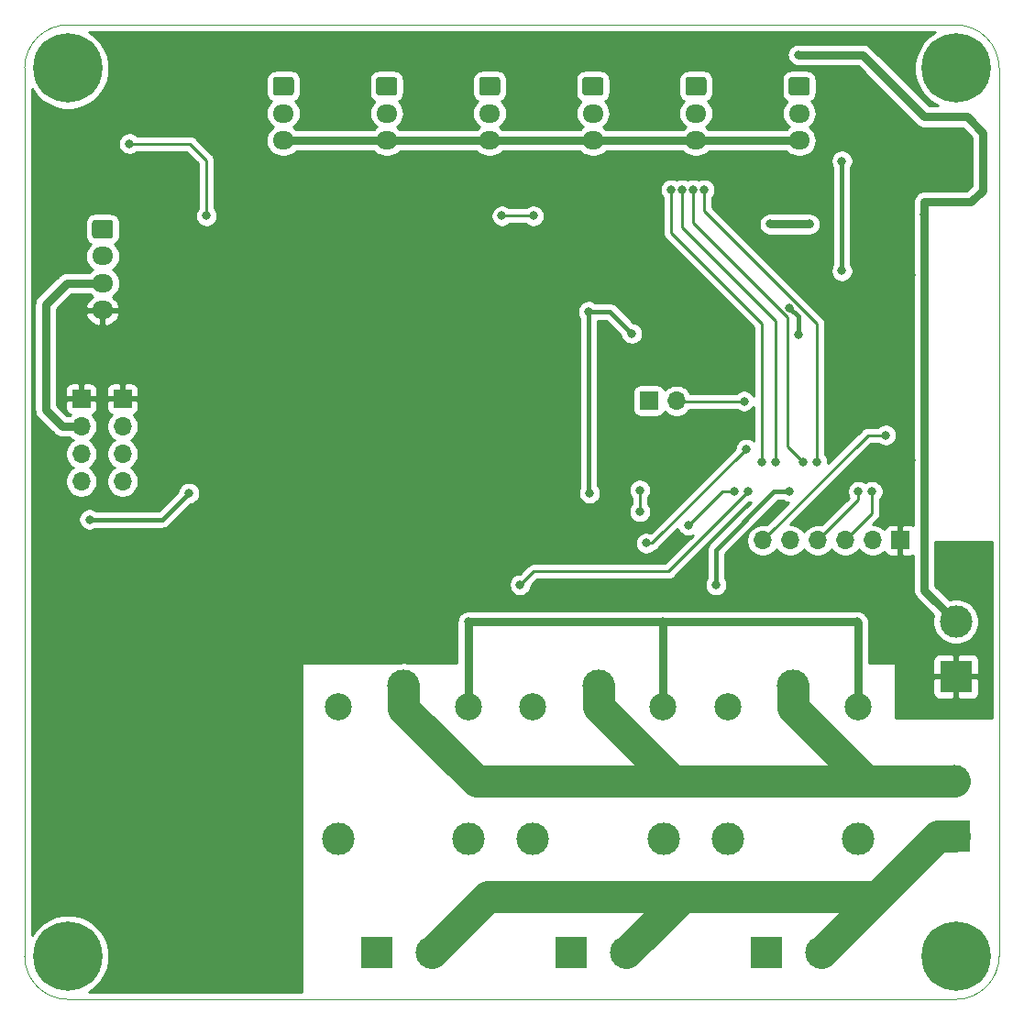
<source format=gbr>
%TF.GenerationSoftware,KiCad,Pcbnew,5.99.0+really5.1.10+dfsg1-1*%
%TF.CreationDate,2022-01-11T00:43:00+01:00*%
%TF.ProjectId,terrarium,74657272-6172-4697-956d-2e6b69636164,rev?*%
%TF.SameCoordinates,Original*%
%TF.FileFunction,Copper,L2,Bot*%
%TF.FilePolarity,Positive*%
%FSLAX46Y46*%
G04 Gerber Fmt 4.6, Leading zero omitted, Abs format (unit mm)*
G04 Created by KiCad (PCBNEW 5.99.0+really5.1.10+dfsg1-1) date 2022-01-11 00:43:00*
%MOMM*%
%LPD*%
G01*
G04 APERTURE LIST*
%TA.AperFunction,Profile*%
%ADD10C,0.050000*%
%TD*%
%TA.AperFunction,ComponentPad*%
%ADD11O,1.700000X1.700000*%
%TD*%
%TA.AperFunction,ComponentPad*%
%ADD12R,1.700000X1.700000*%
%TD*%
%TA.AperFunction,ComponentPad*%
%ADD13O,1.950000X1.700000*%
%TD*%
%TA.AperFunction,ComponentPad*%
%ADD14C,3.000000*%
%TD*%
%TA.AperFunction,ComponentPad*%
%ADD15R,3.000000X3.000000*%
%TD*%
%TA.AperFunction,ComponentPad*%
%ADD16C,2.500000*%
%TD*%
%TA.AperFunction,ComponentPad*%
%ADD17C,6.400000*%
%TD*%
%TA.AperFunction,ComponentPad*%
%ADD18C,0.800000*%
%TD*%
%TA.AperFunction,ViaPad*%
%ADD19C,0.800000*%
%TD*%
%TA.AperFunction,Conductor*%
%ADD20C,0.250000*%
%TD*%
%TA.AperFunction,Conductor*%
%ADD21C,0.400000*%
%TD*%
%TA.AperFunction,Conductor*%
%ADD22C,0.800000*%
%TD*%
%TA.AperFunction,Conductor*%
%ADD23C,3.000000*%
%TD*%
%TA.AperFunction,Conductor*%
%ADD24C,0.254000*%
%TD*%
%TA.AperFunction,Conductor*%
%ADD25C,0.100000*%
%TD*%
G04 APERTURE END LIST*
D10*
X45000000Y-113000000D02*
G75*
G02*
X41000000Y-109000000I0J4000000D01*
G01*
X131000000Y-109000000D02*
G75*
G02*
X127000000Y-113000000I-4000000J0D01*
G01*
X127000000Y-23000000D02*
G75*
G02*
X131000000Y-27000000I0J-4000000D01*
G01*
X41000000Y-27000000D02*
G75*
G02*
X45000000Y-23000000I4000000J0D01*
G01*
X127000000Y-23000000D02*
X45000000Y-23000000D01*
X131000000Y-109000000D02*
X131000000Y-27000000D01*
X45000000Y-113000000D02*
X127000000Y-113000000D01*
X41000000Y-27000000D02*
X41000000Y-109000000D01*
D11*
%TO.P,RESET_j1,2*%
%TO.N,EN*%
X101193600Y-57708800D03*
D12*
%TO.P,RESET_j1,1*%
%TO.N,Net-(R11-Pad2)*%
X98653600Y-57708800D03*
%TD*%
D11*
%TO.P,UART,6*%
%TO.N,EN*%
X109156500Y-70612000D03*
%TO.P,UART,5*%
%TO.N,IO0*%
X111696500Y-70612000D03*
%TO.P,UART,4*%
%TO.N,RX*%
X114236500Y-70612000D03*
%TO.P,UART,3*%
%TO.N,TX*%
X116776500Y-70612000D03*
%TO.P,UART,2*%
%TO.N,+3V3*%
X119316500Y-70612000D03*
D12*
%TO.P,UART,1*%
%TO.N,GND*%
X121856500Y-70612000D03*
%TD*%
D13*
%TO.P,i2c2,4*%
%TO.N,GND*%
X48196500Y-49363000D03*
%TO.P,i2c2,3*%
%TO.N,+5V*%
X48196500Y-46863000D03*
%TO.P,i2c2,2*%
%TO.N,SDA*%
X48196500Y-44363000D03*
%TO.P,i2c2,1*%
%TO.N,SCL*%
%TA.AperFunction,ComponentPad*%
G36*
G01*
X47471500Y-41013000D02*
X48921500Y-41013000D01*
G75*
G02*
X49171500Y-41263000I0J-250000D01*
G01*
X49171500Y-42463000D01*
G75*
G02*
X48921500Y-42713000I-250000J0D01*
G01*
X47471500Y-42713000D01*
G75*
G02*
X47221500Y-42463000I0J250000D01*
G01*
X47221500Y-41263000D01*
G75*
G02*
X47471500Y-41013000I250000J0D01*
G01*
G37*
%TD.AperFunction*%
%TD*%
%TO.P,SENS1,3*%
%TO.N,Net-(Q4-Pad3)*%
X112522000Y-33665000D03*
%TO.P,SENS1,2*%
%TO.N,G26*%
X112522000Y-31165000D03*
%TO.P,SENS1,1*%
%TO.N,+5V*%
%TA.AperFunction,ComponentPad*%
G36*
G01*
X111797000Y-27815000D02*
X113247000Y-27815000D01*
G75*
G02*
X113497000Y-28065000I0J-250000D01*
G01*
X113497000Y-29265000D01*
G75*
G02*
X113247000Y-29515000I-250000J0D01*
G01*
X111797000Y-29515000D01*
G75*
G02*
X111547000Y-29265000I0J250000D01*
G01*
X111547000Y-28065000D01*
G75*
G02*
X111797000Y-27815000I250000J0D01*
G01*
G37*
%TD.AperFunction*%
%TD*%
%TO.P,SENS3,3*%
%TO.N,Net-(Q4-Pad3)*%
X93472000Y-33665000D03*
%TO.P,SENS3,2*%
%TO.N,G19*%
X93472000Y-31165000D03*
%TO.P,SENS3,1*%
%TO.N,+5V*%
%TA.AperFunction,ComponentPad*%
G36*
G01*
X92747000Y-27815000D02*
X94197000Y-27815000D01*
G75*
G02*
X94447000Y-28065000I0J-250000D01*
G01*
X94447000Y-29265000D01*
G75*
G02*
X94197000Y-29515000I-250000J0D01*
G01*
X92747000Y-29515000D01*
G75*
G02*
X92497000Y-29265000I0J250000D01*
G01*
X92497000Y-28065000D01*
G75*
G02*
X92747000Y-27815000I250000J0D01*
G01*
G37*
%TD.AperFunction*%
%TD*%
%TO.P,SENS2,3*%
%TO.N,Net-(Q4-Pad3)*%
X102997000Y-33665000D03*
%TO.P,SENS2,2*%
%TO.N,G27*%
X102997000Y-31165000D03*
%TO.P,SENS2,1*%
%TO.N,+5V*%
%TA.AperFunction,ComponentPad*%
G36*
G01*
X102272000Y-27815000D02*
X103722000Y-27815000D01*
G75*
G02*
X103972000Y-28065000I0J-250000D01*
G01*
X103972000Y-29265000D01*
G75*
G02*
X103722000Y-29515000I-250000J0D01*
G01*
X102272000Y-29515000D01*
G75*
G02*
X102022000Y-29265000I0J250000D01*
G01*
X102022000Y-28065000D01*
G75*
G02*
X102272000Y-27815000I250000J0D01*
G01*
G37*
%TD.AperFunction*%
%TD*%
%TO.P,SENS4,3*%
%TO.N,Net-(Q4-Pad3)*%
X83947000Y-33665000D03*
%TO.P,SENS4,2*%
%TO.N,G18*%
X83947000Y-31165000D03*
%TO.P,SENS4,1*%
%TO.N,+5V*%
%TA.AperFunction,ComponentPad*%
G36*
G01*
X83222000Y-27815000D02*
X84672000Y-27815000D01*
G75*
G02*
X84922000Y-28065000I0J-250000D01*
G01*
X84922000Y-29265000D01*
G75*
G02*
X84672000Y-29515000I-250000J0D01*
G01*
X83222000Y-29515000D01*
G75*
G02*
X82972000Y-29265000I0J250000D01*
G01*
X82972000Y-28065000D01*
G75*
G02*
X83222000Y-27815000I250000J0D01*
G01*
G37*
%TD.AperFunction*%
%TD*%
%TO.P,SENS5,3*%
%TO.N,Net-(Q4-Pad3)*%
X74422000Y-33665000D03*
%TO.P,SENS5,2*%
%TO.N,G17*%
X74422000Y-31165000D03*
%TO.P,SENS5,1*%
%TO.N,+5V*%
%TA.AperFunction,ComponentPad*%
G36*
G01*
X73697000Y-27815000D02*
X75147000Y-27815000D01*
G75*
G02*
X75397000Y-28065000I0J-250000D01*
G01*
X75397000Y-29265000D01*
G75*
G02*
X75147000Y-29515000I-250000J0D01*
G01*
X73697000Y-29515000D01*
G75*
G02*
X73447000Y-29265000I0J250000D01*
G01*
X73447000Y-28065000D01*
G75*
G02*
X73697000Y-27815000I250000J0D01*
G01*
G37*
%TD.AperFunction*%
%TD*%
D14*
%TO.P,S4,2*%
%TO.N,+5V*%
X127000000Y-78105000D03*
D15*
%TO.P,S4,1*%
%TO.N,GND*%
X127000000Y-83185000D03*
%TD*%
D13*
%TO.P,SENS6,3*%
%TO.N,Net-(Q4-Pad3)*%
X64897000Y-33665000D03*
%TO.P,SENS6,2*%
%TO.N,G16*%
X64897000Y-31165000D03*
%TO.P,SENS6,1*%
%TO.N,+5V*%
%TA.AperFunction,ComponentPad*%
G36*
G01*
X64172000Y-27815000D02*
X65622000Y-27815000D01*
G75*
G02*
X65872000Y-28065000I0J-250000D01*
G01*
X65872000Y-29265000D01*
G75*
G02*
X65622000Y-29515000I-250000J0D01*
G01*
X64172000Y-29515000D01*
G75*
G02*
X63922000Y-29265000I0J250000D01*
G01*
X63922000Y-28065000D01*
G75*
G02*
X64172000Y-27815000I250000J0D01*
G01*
G37*
%TD.AperFunction*%
%TD*%
D14*
%TO.P,RE1,1*%
%TO.N,220L*%
X112000000Y-84000000D03*
D16*
%TO.P,RE1,5*%
%TO.N,+5V*%
X117950000Y-85950000D03*
D14*
%TO.P,RE1,4*%
%TO.N,Net-(RE1-Pad4)*%
X118000000Y-98200000D03*
%TO.P,RE1,3*%
%TO.N,Net-(RE1-Pad3)*%
X105950000Y-98150000D03*
D16*
%TO.P,RE1,2*%
%TO.N,Net-(D1-Pad2)*%
X105950000Y-85950000D03*
%TD*%
D14*
%TO.P,RE2,1*%
%TO.N,220L*%
X94000000Y-84000000D03*
D16*
%TO.P,RE2,5*%
%TO.N,+5V*%
X99950000Y-85950000D03*
D14*
%TO.P,RE2,4*%
%TO.N,Net-(RE2-Pad4)*%
X100000000Y-98200000D03*
%TO.P,RE2,3*%
%TO.N,Net-(RE2-Pad3)*%
X87950000Y-98150000D03*
D16*
%TO.P,RE2,2*%
%TO.N,Net-(D2-Pad2)*%
X87950000Y-85950000D03*
%TD*%
%TO.P,RE3,2*%
%TO.N,Net-(D3-Pad2)*%
X69950000Y-85950000D03*
D14*
%TO.P,RE3,3*%
%TO.N,Net-(RE3-Pad3)*%
X69950000Y-98150000D03*
%TO.P,RE3,4*%
%TO.N,Net-(RE3-Pad4)*%
X82000000Y-98200000D03*
D16*
%TO.P,RE3,5*%
%TO.N,+5V*%
X81950000Y-85950000D03*
D14*
%TO.P,RE3,1*%
%TO.N,220L*%
X76000000Y-84000000D03*
%TD*%
D17*
%TO.P,H3,1*%
%TO.N,N/C*%
X45000000Y-109000000D03*
D18*
X47400000Y-109000000D03*
X46697056Y-110697056D03*
X45000000Y-111400000D03*
X43302944Y-110697056D03*
X42600000Y-109000000D03*
X43302944Y-107302944D03*
X45000000Y-106600000D03*
X46697056Y-107302944D03*
%TD*%
D17*
%TO.P,H4,1*%
%TO.N,N/C*%
X127000000Y-109000000D03*
D18*
X129400000Y-109000000D03*
X128697056Y-110697056D03*
X127000000Y-111400000D03*
X125302944Y-110697056D03*
X124600000Y-109000000D03*
X125302944Y-107302944D03*
X127000000Y-106600000D03*
X128697056Y-107302944D03*
%TD*%
D17*
%TO.P,H1,1*%
%TO.N,N/C*%
X127000000Y-27000000D03*
D18*
X129400000Y-27000000D03*
X128697056Y-28697056D03*
X127000000Y-29400000D03*
X125302944Y-28697056D03*
X124600000Y-27000000D03*
X125302944Y-25302944D03*
X127000000Y-24600000D03*
X128697056Y-25302944D03*
%TD*%
D17*
%TO.P,H2,1*%
%TO.N,N/C*%
X45000000Y-27000000D03*
D18*
X47400000Y-27000000D03*
X46697056Y-28697056D03*
X45000000Y-29400000D03*
X43302944Y-28697056D03*
X42600000Y-27000000D03*
X43302944Y-25302944D03*
X45000000Y-24600000D03*
X46697056Y-25302944D03*
%TD*%
D14*
%TO.P,S3,2*%
%TO.N,220N*%
X78580000Y-108712000D03*
D15*
%TO.P,S3,1*%
%TO.N,Net-(RE3-Pad3)*%
X73500000Y-108712000D03*
%TD*%
D14*
%TO.P,S2,2*%
%TO.N,220N*%
X96580000Y-108712000D03*
D15*
%TO.P,S2,1*%
%TO.N,Net-(RE2-Pad3)*%
X91500000Y-108712000D03*
%TD*%
D14*
%TO.P,S1,2*%
%TO.N,220N*%
X114580000Y-108712000D03*
D15*
%TO.P,S1,1*%
%TO.N,Net-(RE1-Pad3)*%
X109500000Y-108712000D03*
%TD*%
D14*
%TO.P,S0,2*%
%TO.N,220L*%
X126873000Y-92837000D03*
D15*
%TO.P,S0,1*%
%TO.N,220N*%
X126873000Y-97917000D03*
%TD*%
D11*
%TO.P,i2c4,4*%
%TO.N,SCL*%
X50038000Y-65151000D03*
%TO.P,i2c4,3*%
%TO.N,SDA*%
X50038000Y-62611000D03*
%TO.P,i2c4,2*%
%TO.N,+3V3*%
X50038000Y-60071000D03*
D12*
%TO.P,i2c4,1*%
%TO.N,GND*%
X50038000Y-57531000D03*
%TD*%
D11*
%TO.P,i2c3,4*%
%TO.N,SCL*%
X46228000Y-65151000D03*
%TO.P,i2c3,3*%
%TO.N,SDA*%
X46228000Y-62611000D03*
%TO.P,i2c3,2*%
%TO.N,+5V*%
X46228000Y-60071000D03*
D12*
%TO.P,i2c3,1*%
%TO.N,GND*%
X46228000Y-57531000D03*
%TD*%
D19*
%TO.N,GND*%
X54292500Y-107632500D03*
X118440200Y-55219600D03*
X104190800Y-50546000D03*
X57975500Y-27749500D03*
X74282300Y-74676000D03*
X118033800Y-44805600D03*
X92570300Y-74726800D03*
X110413800Y-74777600D03*
X90297000Y-55816500D03*
X83820000Y-55816500D03*
X122872500Y-46101000D03*
X122682000Y-41059100D03*
X122872500Y-63182500D03*
X101904800Y-45466000D03*
X114833400Y-44754800D03*
X118173500Y-27686000D03*
X118745000Y-37274500D03*
%TO.N,SCL*%
X97802700Y-65963800D03*
X97802700Y-67957700D03*
%TO.N,G19*%
X103759000Y-38227000D03*
X114180000Y-63398400D03*
%TO.N,G18*%
X102743000Y-38227000D03*
X112910000Y-63398400D03*
%TO.N,G5*%
X111645700Y-66090800D03*
X104838500Y-74739500D03*
%TO.N,G17*%
X101727000Y-38227000D03*
X110370000Y-63398400D03*
%TO.N,G16*%
X100711000Y-38227000D03*
X109100000Y-63398400D03*
%TO.N,G4*%
X107835700Y-66090800D03*
X86753700Y-74714100D03*
%TO.N,TX*%
X119265700Y-66090800D03*
%TO.N,RX*%
X117995700Y-66090800D03*
%TO.N,+3V3*%
X109829600Y-41402000D03*
X113487200Y-41402000D03*
%TO.N,+5V*%
X124088401Y-40487600D03*
X112460300Y-25766500D03*
X129489200Y-32969200D03*
X81965800Y-78130400D03*
X117866200Y-78105000D03*
X99923600Y-78105000D03*
%TO.N,G23*%
X50673000Y-33972500D03*
X57785000Y-40640000D03*
X85064600Y-40640000D03*
X87985600Y-40640000D03*
%TO.N,G25*%
X112445800Y-51587400D03*
X107645200Y-62179200D03*
X111633000Y-49123600D03*
X98399600Y-70866000D03*
%TO.N,IO0*%
X106565700Y-66065400D03*
X102298500Y-69202300D03*
%TO.N,EN*%
X107442000Y-57759600D03*
X120530000Y-60889500D03*
%TO.N,G32*%
X116471700Y-45707300D03*
X116471700Y-35572700D03*
%TO.N,Net-(R13-Pad2)*%
X97078800Y-51498500D03*
X56184800Y-66243200D03*
X46990000Y-68681600D03*
X93091000Y-49466500D03*
X93167200Y-66243200D03*
%TD*%
D20*
%TO.N,SCL*%
X97802700Y-67957700D02*
X97802700Y-65963800D01*
%TO.N,G19*%
X114180000Y-63398400D02*
X114180000Y-50597598D01*
X103759000Y-40176598D02*
X103759000Y-39573200D01*
X114180000Y-50597598D02*
X103759000Y-40176598D01*
X103759000Y-38227000D02*
X103759000Y-39573200D01*
%TO.N,G18*%
X102743000Y-41306602D02*
X102743000Y-38227000D01*
X111420600Y-61909000D02*
X111420600Y-49984202D01*
X111420600Y-49984202D02*
X102743000Y-41306602D01*
X112910000Y-63398400D02*
X111420600Y-61909000D01*
D21*
%TO.N,G5*%
X111645700Y-66090800D02*
X110223300Y-66090800D01*
X104838500Y-71475600D02*
X104838500Y-74739500D01*
X110223300Y-66090800D02*
X104838500Y-71475600D01*
D20*
%TO.N,G17*%
X101727000Y-41719500D02*
X110370000Y-50362500D01*
X101727000Y-38227000D02*
X101727000Y-41719500D01*
X110370000Y-63398400D02*
X110370000Y-50362500D01*
%TO.N,G16*%
X100711000Y-42226200D02*
X100711000Y-38227000D01*
X109100000Y-50615200D02*
X100711000Y-42226200D01*
X109100000Y-63398400D02*
X109100000Y-50615200D01*
%TO.N,G4*%
X107835700Y-66090800D02*
X100457000Y-73469500D01*
X87998300Y-73469500D02*
X86753700Y-74714100D01*
X100457000Y-73469500D02*
X87998300Y-73469500D01*
%TO.N,TX*%
X119265700Y-68122800D02*
X119265700Y-66090800D01*
X116776500Y-70612000D02*
X119265700Y-68122800D01*
%TO.N,RX*%
X117995700Y-66852800D02*
X117995700Y-66090800D01*
X114236500Y-70612000D02*
X117995700Y-66852800D01*
D22*
%TO.N,+3V3*%
X113487200Y-41402000D02*
X109829600Y-41402000D01*
%TO.N,+5V*%
X81950000Y-78171600D02*
X82016600Y-78105000D01*
X81950000Y-85950000D02*
X81950000Y-78171600D01*
X99950000Y-78281800D02*
X100126800Y-78105000D01*
X99950000Y-85950000D02*
X99950000Y-78281800D01*
X100126800Y-78105000D02*
X99923600Y-78105000D01*
X117950000Y-85950000D02*
X117950000Y-78188800D01*
X117866200Y-78105000D02*
X117950000Y-78188800D01*
X100126800Y-78105000D02*
X117866200Y-78105000D01*
X124088401Y-75193401D02*
X127000000Y-78105000D01*
X48196500Y-46863000D02*
X44894500Y-46863000D01*
X44894500Y-46863000D02*
X42926000Y-48831500D01*
X42926000Y-48831500D02*
X42926000Y-58547000D01*
X44450000Y-60071000D02*
X46228000Y-60071000D01*
X42926000Y-58547000D02*
X44450000Y-60071000D01*
X124088401Y-75193401D02*
X124088401Y-39370000D01*
X112460300Y-25766500D02*
X112444000Y-25766500D01*
X124088401Y-39370000D02*
X128422400Y-39370000D01*
X128422400Y-39370000D02*
X129489200Y-38303200D01*
X129489200Y-38303200D02*
X129489200Y-32969200D01*
X129489200Y-32969200D02*
X129489200Y-32969200D01*
X124104400Y-31496000D02*
X118374900Y-25766500D01*
X128016000Y-31496000D02*
X124104400Y-31496000D01*
X118374900Y-25766500D02*
X112460300Y-25766500D01*
X129489200Y-32969200D02*
X128016000Y-31496000D01*
X83566000Y-78105000D02*
X82016600Y-78105000D01*
X117866200Y-78105000D02*
X117866200Y-78105000D01*
X99923600Y-78105000D02*
X83566000Y-78105000D01*
D20*
%TO.N,G23*%
X87985600Y-40640000D02*
X85064600Y-40640000D01*
X57785000Y-35496500D02*
X57785000Y-40640000D01*
X56261000Y-33972500D02*
X57785000Y-35496500D01*
X50673000Y-33972500D02*
X56261000Y-33972500D01*
D23*
%TO.N,220L*%
X76000000Y-86121320D02*
X76000000Y-84000000D01*
X82715680Y-92837000D02*
X76000000Y-86121320D01*
X94000000Y-84000000D02*
X94000000Y-85999000D01*
X100838000Y-92837000D02*
X82715680Y-92837000D01*
X94000000Y-85999000D02*
X100838000Y-92837000D01*
X112000000Y-84000000D02*
X112000000Y-86092000D01*
X112000000Y-86092000D02*
X118745000Y-92837000D01*
X118745000Y-92837000D02*
X100838000Y-92837000D01*
X126873000Y-92837000D02*
X118745000Y-92837000D01*
%TO.N,220N*%
X83787000Y-103505000D02*
X78580000Y-108712000D01*
X101787000Y-103505000D02*
X103378000Y-103505000D01*
X96580000Y-108712000D02*
X101787000Y-103505000D01*
X103378000Y-103505000D02*
X83787000Y-103505000D01*
X126873000Y-97917000D02*
X125375000Y-97917000D01*
X119405400Y-103505000D02*
X119596200Y-103695800D01*
X103378000Y-103505000D02*
X119405400Y-103505000D01*
X119596200Y-103695800D02*
X114580000Y-108712000D01*
X125375000Y-97917000D02*
X119596200Y-103695800D01*
D21*
%TO.N,G25*%
X112445800Y-49936400D02*
X112445800Y-51587400D01*
X111633000Y-49123600D02*
X112445800Y-49936400D01*
D20*
X98958400Y-70866000D02*
X98399600Y-70866000D01*
X107645200Y-62179200D02*
X98958400Y-70866000D01*
%TO.N,IO0*%
X106565700Y-66065400D02*
X105435400Y-66065400D01*
X105435400Y-66065400D02*
X102298500Y-69202300D01*
X102298500Y-69202300D02*
X102298500Y-69202300D01*
%TO.N,EN*%
X101244400Y-57759600D02*
X101193600Y-57708800D01*
X107442000Y-57759600D02*
X101244400Y-57759600D01*
X118879000Y-60889500D02*
X109156500Y-70612000D01*
X120530000Y-60889500D02*
X118879000Y-60889500D01*
D21*
%TO.N,G32*%
X116446300Y-45681900D02*
X116471700Y-45707300D01*
X116471700Y-35572700D02*
X116471700Y-45707300D01*
%TO.N,Net-(R13-Pad2)*%
X53746400Y-68681600D02*
X56184800Y-66243200D01*
X46990000Y-68681600D02*
X53746400Y-68681600D01*
X95046800Y-49466500D02*
X97078800Y-51498500D01*
X93091000Y-49466500D02*
X95046800Y-49466500D01*
X93091000Y-66167000D02*
X93167200Y-66243200D01*
X93091000Y-49466500D02*
X93091000Y-66167000D01*
D22*
%TO.N,Net-(Q4-Pad3)*%
X112522000Y-33665000D02*
X102997000Y-33665000D01*
X102997000Y-33665000D02*
X93472000Y-33665000D01*
X93472000Y-33665000D02*
X83947000Y-33665000D01*
X83947000Y-33665000D02*
X74422000Y-33665000D01*
X64897000Y-33665000D02*
X74422000Y-33665000D01*
%TD*%
D24*
%TO.N,GND*%
X124555330Y-24021161D02*
X124021161Y-24555330D01*
X123601467Y-25183446D01*
X123312377Y-25881372D01*
X123165000Y-26622285D01*
X123165000Y-27377715D01*
X123312377Y-28118628D01*
X123601467Y-28816554D01*
X124021161Y-29444670D01*
X124555330Y-29978839D01*
X125183446Y-30398533D01*
X125334255Y-30461000D01*
X124533111Y-30461000D01*
X119142707Y-25070597D01*
X119110296Y-25031104D01*
X118952697Y-24901766D01*
X118772893Y-24805659D01*
X118577795Y-24746476D01*
X118425738Y-24731500D01*
X118425728Y-24731500D01*
X118374900Y-24726494D01*
X118324072Y-24731500D01*
X112358361Y-24731500D01*
X112324230Y-24738289D01*
X112241105Y-24746476D01*
X112161178Y-24770722D01*
X112158402Y-24771274D01*
X112155787Y-24772357D01*
X112046007Y-24805659D01*
X111866203Y-24901766D01*
X111708604Y-25031104D01*
X111579266Y-25188703D01*
X111483159Y-25368507D01*
X111423976Y-25563605D01*
X111403993Y-25766500D01*
X111423976Y-25969395D01*
X111483159Y-26164493D01*
X111579266Y-26344297D01*
X111708604Y-26501896D01*
X111866203Y-26631234D01*
X112046007Y-26727341D01*
X112155787Y-26760643D01*
X112158402Y-26761726D01*
X112161178Y-26762278D01*
X112241105Y-26786524D01*
X112324230Y-26794711D01*
X112358361Y-26801500D01*
X117946190Y-26801500D01*
X123336596Y-32191907D01*
X123369004Y-32231396D01*
X123408492Y-32263803D01*
X123526602Y-32360734D01*
X123706406Y-32456841D01*
X123751815Y-32470615D01*
X123901505Y-32516024D01*
X124053562Y-32531000D01*
X124053565Y-32531000D01*
X124104400Y-32536007D01*
X124155235Y-32531000D01*
X127587290Y-32531000D01*
X128454201Y-33397912D01*
X128454200Y-37874489D01*
X127993690Y-38335000D01*
X124139239Y-38335000D01*
X124088401Y-38329993D01*
X124037563Y-38335000D01*
X123885506Y-38349976D01*
X123690408Y-38409159D01*
X123510604Y-38505266D01*
X123353005Y-38634604D01*
X123223667Y-38792203D01*
X123127560Y-38972007D01*
X123068377Y-39167105D01*
X123048394Y-39370000D01*
X123053402Y-39420848D01*
X123053402Y-40385656D01*
X123053401Y-40385661D01*
X123053401Y-40589539D01*
X123053402Y-40589544D01*
X123053401Y-69227404D01*
X122950680Y-69172498D01*
X122830982Y-69136188D01*
X122706500Y-69123928D01*
X122142250Y-69127000D01*
X121983500Y-69285750D01*
X121983500Y-70485000D01*
X122003500Y-70485000D01*
X122003500Y-70739000D01*
X121983500Y-70739000D01*
X121983500Y-71938250D01*
X122142250Y-72097000D01*
X122706500Y-72100072D01*
X122830982Y-72087812D01*
X122950680Y-72051502D01*
X123053401Y-71996596D01*
X123053401Y-75142573D01*
X123048395Y-75193401D01*
X123053401Y-75244229D01*
X123053401Y-75244238D01*
X123068377Y-75396295D01*
X123127560Y-75591393D01*
X123223667Y-75771198D01*
X123353005Y-75928797D01*
X123392498Y-75961208D01*
X124941487Y-77510197D01*
X124865000Y-77894721D01*
X124865000Y-78315279D01*
X124947047Y-78727756D01*
X125107988Y-79116302D01*
X125341637Y-79465983D01*
X125639017Y-79763363D01*
X125988698Y-79997012D01*
X126377244Y-80157953D01*
X126789721Y-80240000D01*
X127210279Y-80240000D01*
X127622756Y-80157953D01*
X128011302Y-79997012D01*
X128360983Y-79763363D01*
X128658363Y-79465983D01*
X128892012Y-79116302D01*
X129052953Y-78727756D01*
X129135000Y-78315279D01*
X129135000Y-77894721D01*
X129052953Y-77482244D01*
X128892012Y-77093698D01*
X128658363Y-76744017D01*
X128360983Y-76446637D01*
X128011302Y-76212988D01*
X127622756Y-76052047D01*
X127210279Y-75970000D01*
X126789721Y-75970000D01*
X126405197Y-76046487D01*
X125123401Y-74764691D01*
X125123401Y-70739000D01*
X130340001Y-70739000D01*
X130340000Y-86995000D01*
X121412000Y-86995000D01*
X121412000Y-84685000D01*
X124861928Y-84685000D01*
X124874188Y-84809482D01*
X124910498Y-84929180D01*
X124969463Y-85039494D01*
X125048815Y-85136185D01*
X125145506Y-85215537D01*
X125255820Y-85274502D01*
X125375518Y-85310812D01*
X125500000Y-85323072D01*
X126714250Y-85320000D01*
X126873000Y-85161250D01*
X126873000Y-83312000D01*
X127127000Y-83312000D01*
X127127000Y-85161250D01*
X127285750Y-85320000D01*
X128500000Y-85323072D01*
X128624482Y-85310812D01*
X128744180Y-85274502D01*
X128854494Y-85215537D01*
X128951185Y-85136185D01*
X129030537Y-85039494D01*
X129089502Y-84929180D01*
X129125812Y-84809482D01*
X129138072Y-84685000D01*
X129135000Y-83470750D01*
X128976250Y-83312000D01*
X127127000Y-83312000D01*
X126873000Y-83312000D01*
X125023750Y-83312000D01*
X124865000Y-83470750D01*
X124861928Y-84685000D01*
X121412000Y-84685000D01*
X121412000Y-82042000D01*
X121409560Y-82017224D01*
X121402333Y-81993399D01*
X121390597Y-81971443D01*
X121374803Y-81952197D01*
X121355557Y-81936403D01*
X121333601Y-81924667D01*
X121309776Y-81917440D01*
X121285000Y-81915000D01*
X118985000Y-81915000D01*
X118985000Y-81685000D01*
X124861928Y-81685000D01*
X124865000Y-82899250D01*
X125023750Y-83058000D01*
X126873000Y-83058000D01*
X126873000Y-81208750D01*
X127127000Y-81208750D01*
X127127000Y-83058000D01*
X128976250Y-83058000D01*
X129135000Y-82899250D01*
X129138072Y-81685000D01*
X129125812Y-81560518D01*
X129089502Y-81440820D01*
X129030537Y-81330506D01*
X128951185Y-81233815D01*
X128854494Y-81154463D01*
X128744180Y-81095498D01*
X128624482Y-81059188D01*
X128500000Y-81046928D01*
X127285750Y-81050000D01*
X127127000Y-81208750D01*
X126873000Y-81208750D01*
X126714250Y-81050000D01*
X125500000Y-81046928D01*
X125375518Y-81059188D01*
X125255820Y-81095498D01*
X125145506Y-81154463D01*
X125048815Y-81233815D01*
X124969463Y-81330506D01*
X124910498Y-81440820D01*
X124874188Y-81560518D01*
X124861928Y-81685000D01*
X118985000Y-81685000D01*
X118985000Y-78239627D01*
X118990006Y-78188799D01*
X118985000Y-78137971D01*
X118985000Y-78137962D01*
X118970024Y-77985905D01*
X118910841Y-77790807D01*
X118814734Y-77611003D01*
X118685396Y-77453404D01*
X118645908Y-77420997D01*
X118634003Y-77409092D01*
X118601596Y-77369604D01*
X118562108Y-77337197D01*
X118525974Y-77301063D01*
X118483484Y-77272672D01*
X118443997Y-77240266D01*
X118398946Y-77216186D01*
X118356456Y-77187795D01*
X118309242Y-77168238D01*
X118264193Y-77144159D01*
X118215313Y-77129331D01*
X118168098Y-77109774D01*
X118117977Y-77099804D01*
X118069095Y-77084976D01*
X118018257Y-77079969D01*
X117968139Y-77070000D01*
X117917028Y-77070000D01*
X117866200Y-77064994D01*
X117815372Y-77070000D01*
X100177635Y-77070000D01*
X100126800Y-77064993D01*
X100075965Y-77070000D01*
X82067435Y-77070000D01*
X82016600Y-77064993D01*
X81965765Y-77070000D01*
X81965762Y-77070000D01*
X81813705Y-77084976D01*
X81618607Y-77144159D01*
X81537331Y-77187602D01*
X81475544Y-77213195D01*
X81306026Y-77326463D01*
X81161863Y-77470626D01*
X81048595Y-77640144D01*
X81007611Y-77739086D01*
X80989160Y-77773607D01*
X80977798Y-77811061D01*
X80970574Y-77828502D01*
X80966891Y-77847016D01*
X80929977Y-77968705D01*
X80909994Y-78171600D01*
X80915001Y-78222438D01*
X80915000Y-81915000D01*
X76481523Y-81915000D01*
X76418533Y-81895892D01*
X76313651Y-81885562D01*
X76210279Y-81865000D01*
X76104882Y-81865000D01*
X76000000Y-81854670D01*
X75895118Y-81865000D01*
X75789721Y-81865000D01*
X75686349Y-81885562D01*
X75581468Y-81895892D01*
X75518476Y-81915000D01*
X66675000Y-81915000D01*
X66650224Y-81917440D01*
X66626399Y-81924667D01*
X66604443Y-81936403D01*
X66585197Y-81952197D01*
X66569403Y-81971443D01*
X66557667Y-81993399D01*
X66550440Y-82017224D01*
X66548000Y-82042000D01*
X66548000Y-112340000D01*
X46904155Y-112340000D01*
X47444670Y-111978839D01*
X47978839Y-111444670D01*
X48398533Y-110816554D01*
X48687623Y-110118628D01*
X48835000Y-109377715D01*
X48835000Y-108622285D01*
X48687623Y-107881372D01*
X48398533Y-107183446D01*
X47978839Y-106555330D01*
X47444670Y-106021161D01*
X46816554Y-105601467D01*
X46118628Y-105312377D01*
X45377715Y-105165000D01*
X44622285Y-105165000D01*
X43881372Y-105312377D01*
X43183446Y-105601467D01*
X42555330Y-106021161D01*
X42021161Y-106555330D01*
X41660000Y-107095845D01*
X41660000Y-74612161D01*
X85718700Y-74612161D01*
X85718700Y-74816039D01*
X85758474Y-75015998D01*
X85836495Y-75204356D01*
X85949763Y-75373874D01*
X86093926Y-75518037D01*
X86263444Y-75631305D01*
X86451802Y-75709326D01*
X86651761Y-75749100D01*
X86855639Y-75749100D01*
X87055598Y-75709326D01*
X87243956Y-75631305D01*
X87413474Y-75518037D01*
X87557637Y-75373874D01*
X87670905Y-75204356D01*
X87748926Y-75015998D01*
X87788700Y-74816039D01*
X87788700Y-74753901D01*
X88313102Y-74229500D01*
X100419678Y-74229500D01*
X100457000Y-74233176D01*
X100494322Y-74229500D01*
X100494333Y-74229500D01*
X100605986Y-74218503D01*
X100749247Y-74175046D01*
X100881276Y-74104474D01*
X100997001Y-74009501D01*
X101020804Y-73980497D01*
X107875502Y-67125800D01*
X107937639Y-67125800D01*
X108024762Y-67108470D01*
X104277079Y-70856154D01*
X104245209Y-70882309D01*
X104174935Y-70967939D01*
X104140864Y-71009455D01*
X104063328Y-71154514D01*
X104015582Y-71311912D01*
X103999460Y-71475600D01*
X104003500Y-71516619D01*
X104003501Y-74126214D01*
X103921295Y-74249244D01*
X103843274Y-74437602D01*
X103803500Y-74637561D01*
X103803500Y-74841439D01*
X103843274Y-75041398D01*
X103921295Y-75229756D01*
X104034563Y-75399274D01*
X104178726Y-75543437D01*
X104348244Y-75656705D01*
X104536602Y-75734726D01*
X104736561Y-75774500D01*
X104940439Y-75774500D01*
X105140398Y-75734726D01*
X105328756Y-75656705D01*
X105498274Y-75543437D01*
X105642437Y-75399274D01*
X105755705Y-75229756D01*
X105833726Y-75041398D01*
X105873500Y-74841439D01*
X105873500Y-74637561D01*
X105833726Y-74437602D01*
X105755705Y-74249244D01*
X105673500Y-74126215D01*
X105673500Y-71821467D01*
X110569168Y-66925800D01*
X111032415Y-66925800D01*
X111155444Y-67008005D01*
X111343802Y-67086026D01*
X111543761Y-67125800D01*
X111567899Y-67125800D01*
X109522908Y-69170791D01*
X109302760Y-69127000D01*
X109010240Y-69127000D01*
X108723342Y-69184068D01*
X108453089Y-69296010D01*
X108209868Y-69458525D01*
X108003025Y-69665368D01*
X107840510Y-69908589D01*
X107728568Y-70178842D01*
X107671500Y-70465740D01*
X107671500Y-70758260D01*
X107728568Y-71045158D01*
X107840510Y-71315411D01*
X108003025Y-71558632D01*
X108209868Y-71765475D01*
X108453089Y-71927990D01*
X108723342Y-72039932D01*
X109010240Y-72097000D01*
X109302760Y-72097000D01*
X109589658Y-72039932D01*
X109859911Y-71927990D01*
X110103132Y-71765475D01*
X110309975Y-71558632D01*
X110426500Y-71384240D01*
X110543025Y-71558632D01*
X110749868Y-71765475D01*
X110993089Y-71927990D01*
X111263342Y-72039932D01*
X111550240Y-72097000D01*
X111842760Y-72097000D01*
X112129658Y-72039932D01*
X112399911Y-71927990D01*
X112643132Y-71765475D01*
X112849975Y-71558632D01*
X112966500Y-71384240D01*
X113083025Y-71558632D01*
X113289868Y-71765475D01*
X113533089Y-71927990D01*
X113803342Y-72039932D01*
X114090240Y-72097000D01*
X114382760Y-72097000D01*
X114669658Y-72039932D01*
X114939911Y-71927990D01*
X115183132Y-71765475D01*
X115389975Y-71558632D01*
X115506500Y-71384240D01*
X115623025Y-71558632D01*
X115829868Y-71765475D01*
X116073089Y-71927990D01*
X116343342Y-72039932D01*
X116630240Y-72097000D01*
X116922760Y-72097000D01*
X117209658Y-72039932D01*
X117479911Y-71927990D01*
X117723132Y-71765475D01*
X117929975Y-71558632D01*
X118046500Y-71384240D01*
X118163025Y-71558632D01*
X118369868Y-71765475D01*
X118613089Y-71927990D01*
X118883342Y-72039932D01*
X119170240Y-72097000D01*
X119462760Y-72097000D01*
X119749658Y-72039932D01*
X120019911Y-71927990D01*
X120263132Y-71765475D01*
X120394987Y-71633620D01*
X120416998Y-71706180D01*
X120475963Y-71816494D01*
X120555315Y-71913185D01*
X120652006Y-71992537D01*
X120762320Y-72051502D01*
X120882018Y-72087812D01*
X121006500Y-72100072D01*
X121570750Y-72097000D01*
X121729500Y-71938250D01*
X121729500Y-70739000D01*
X121709500Y-70739000D01*
X121709500Y-70485000D01*
X121729500Y-70485000D01*
X121729500Y-69285750D01*
X121570750Y-69127000D01*
X121006500Y-69123928D01*
X120882018Y-69136188D01*
X120762320Y-69172498D01*
X120652006Y-69231463D01*
X120555315Y-69310815D01*
X120475963Y-69407506D01*
X120416998Y-69517820D01*
X120394987Y-69590380D01*
X120263132Y-69458525D01*
X120019911Y-69296010D01*
X119749658Y-69184068D01*
X119462760Y-69127000D01*
X119336303Y-69127000D01*
X119776709Y-68686594D01*
X119805701Y-68662801D01*
X119829495Y-68633808D01*
X119829499Y-68633804D01*
X119900673Y-68547077D01*
X119900674Y-68547076D01*
X119971246Y-68415047D01*
X120014703Y-68271786D01*
X120025700Y-68160133D01*
X120025700Y-68160124D01*
X120029376Y-68122801D01*
X120025700Y-68085478D01*
X120025700Y-66794511D01*
X120069637Y-66750574D01*
X120182905Y-66581056D01*
X120260926Y-66392698D01*
X120300700Y-66192739D01*
X120300700Y-65988861D01*
X120260926Y-65788902D01*
X120182905Y-65600544D01*
X120069637Y-65431026D01*
X119925474Y-65286863D01*
X119755956Y-65173595D01*
X119567598Y-65095574D01*
X119367639Y-65055800D01*
X119163761Y-65055800D01*
X118963802Y-65095574D01*
X118775444Y-65173595D01*
X118630700Y-65270310D01*
X118485956Y-65173595D01*
X118297598Y-65095574D01*
X118097639Y-65055800D01*
X117893761Y-65055800D01*
X117693802Y-65095574D01*
X117505444Y-65173595D01*
X117335926Y-65286863D01*
X117191763Y-65431026D01*
X117078495Y-65600544D01*
X117000474Y-65788902D01*
X116960700Y-65988861D01*
X116960700Y-66192739D01*
X117000474Y-66392698D01*
X117078495Y-66581056D01*
X117124216Y-66649482D01*
X114602908Y-69170791D01*
X114382760Y-69127000D01*
X114090240Y-69127000D01*
X113803342Y-69184068D01*
X113533089Y-69296010D01*
X113289868Y-69458525D01*
X113083025Y-69665368D01*
X112966500Y-69839760D01*
X112849975Y-69665368D01*
X112643132Y-69458525D01*
X112399911Y-69296010D01*
X112129658Y-69184068D01*
X111842760Y-69127000D01*
X111716301Y-69127000D01*
X119193802Y-61649500D01*
X119826289Y-61649500D01*
X119870226Y-61693437D01*
X120039744Y-61806705D01*
X120228102Y-61884726D01*
X120428061Y-61924500D01*
X120631939Y-61924500D01*
X120831898Y-61884726D01*
X121020256Y-61806705D01*
X121189774Y-61693437D01*
X121333937Y-61549274D01*
X121447205Y-61379756D01*
X121525226Y-61191398D01*
X121565000Y-60991439D01*
X121565000Y-60787561D01*
X121525226Y-60587602D01*
X121447205Y-60399244D01*
X121333937Y-60229726D01*
X121189774Y-60085563D01*
X121020256Y-59972295D01*
X120831898Y-59894274D01*
X120631939Y-59854500D01*
X120428061Y-59854500D01*
X120228102Y-59894274D01*
X120039744Y-59972295D01*
X119870226Y-60085563D01*
X119826289Y-60129500D01*
X118916322Y-60129500D01*
X118878999Y-60125824D01*
X118841676Y-60129500D01*
X118841667Y-60129500D01*
X118730014Y-60140497D01*
X118586753Y-60183954D01*
X118454724Y-60254526D01*
X118338999Y-60349499D01*
X118315201Y-60378497D01*
X115215000Y-63478698D01*
X115215000Y-63296461D01*
X115175226Y-63096502D01*
X115097205Y-62908144D01*
X114983937Y-62738626D01*
X114940000Y-62694689D01*
X114940000Y-50634931D01*
X114943677Y-50597598D01*
X114929003Y-50448612D01*
X114885546Y-50305351D01*
X114814974Y-50173322D01*
X114743799Y-50086595D01*
X114720001Y-50057597D01*
X114691003Y-50033799D01*
X106059204Y-41402000D01*
X108789593Y-41402000D01*
X108794600Y-41452838D01*
X108794600Y-41503939D01*
X108804569Y-41554057D01*
X108809576Y-41604895D01*
X108824404Y-41653777D01*
X108834374Y-41703898D01*
X108853931Y-41751113D01*
X108868759Y-41799993D01*
X108892838Y-41845042D01*
X108912395Y-41892256D01*
X108940786Y-41934746D01*
X108964866Y-41979797D01*
X108997272Y-42019284D01*
X109025663Y-42061774D01*
X109061797Y-42097908D01*
X109094204Y-42137396D01*
X109133692Y-42169803D01*
X109169826Y-42205937D01*
X109212316Y-42234328D01*
X109251803Y-42266734D01*
X109296854Y-42290814D01*
X109339344Y-42319205D01*
X109386558Y-42338762D01*
X109431607Y-42362841D01*
X109480487Y-42377669D01*
X109527702Y-42397226D01*
X109577823Y-42407196D01*
X109626705Y-42422024D01*
X109677543Y-42427031D01*
X109727661Y-42437000D01*
X113589139Y-42437000D01*
X113639257Y-42427031D01*
X113690095Y-42422024D01*
X113738977Y-42407196D01*
X113789098Y-42397226D01*
X113836313Y-42377669D01*
X113885193Y-42362841D01*
X113930242Y-42338762D01*
X113977456Y-42319205D01*
X114019946Y-42290814D01*
X114064997Y-42266734D01*
X114104484Y-42234328D01*
X114146974Y-42205937D01*
X114183108Y-42169803D01*
X114222596Y-42137396D01*
X114255003Y-42097908D01*
X114291137Y-42061774D01*
X114319528Y-42019284D01*
X114351934Y-41979797D01*
X114376014Y-41934746D01*
X114404405Y-41892256D01*
X114423962Y-41845042D01*
X114448041Y-41799993D01*
X114462869Y-41751113D01*
X114482426Y-41703898D01*
X114492396Y-41653777D01*
X114507224Y-41604895D01*
X114512231Y-41554057D01*
X114522200Y-41503939D01*
X114522200Y-41452838D01*
X114527207Y-41402000D01*
X114522200Y-41351162D01*
X114522200Y-41300061D01*
X114512231Y-41249943D01*
X114507224Y-41199105D01*
X114492396Y-41150223D01*
X114482426Y-41100102D01*
X114462869Y-41052887D01*
X114448041Y-41004007D01*
X114423962Y-40958958D01*
X114404405Y-40911744D01*
X114376014Y-40869254D01*
X114351934Y-40824203D01*
X114319528Y-40784716D01*
X114291137Y-40742226D01*
X114255003Y-40706092D01*
X114222596Y-40666604D01*
X114183108Y-40634197D01*
X114146974Y-40598063D01*
X114104484Y-40569672D01*
X114064997Y-40537266D01*
X114019946Y-40513186D01*
X113977456Y-40484795D01*
X113930242Y-40465238D01*
X113885193Y-40441159D01*
X113836313Y-40426331D01*
X113789098Y-40406774D01*
X113738977Y-40396804D01*
X113690095Y-40381976D01*
X113639257Y-40376969D01*
X113589139Y-40367000D01*
X109727661Y-40367000D01*
X109677543Y-40376969D01*
X109626705Y-40381976D01*
X109577823Y-40396804D01*
X109527702Y-40406774D01*
X109480487Y-40426331D01*
X109431607Y-40441159D01*
X109386558Y-40465238D01*
X109339344Y-40484795D01*
X109296854Y-40513186D01*
X109251803Y-40537266D01*
X109212316Y-40569672D01*
X109169826Y-40598063D01*
X109133692Y-40634197D01*
X109094204Y-40666604D01*
X109061797Y-40706092D01*
X109025663Y-40742226D01*
X108997272Y-40784716D01*
X108964866Y-40824203D01*
X108940786Y-40869254D01*
X108912395Y-40911744D01*
X108892838Y-40958958D01*
X108868759Y-41004007D01*
X108853931Y-41052887D01*
X108834374Y-41100102D01*
X108824404Y-41150223D01*
X108809576Y-41199105D01*
X108804569Y-41249943D01*
X108794600Y-41300061D01*
X108794600Y-41351162D01*
X108789593Y-41402000D01*
X106059204Y-41402000D01*
X104519000Y-39861797D01*
X104519000Y-38930711D01*
X104562937Y-38886774D01*
X104676205Y-38717256D01*
X104754226Y-38528898D01*
X104794000Y-38328939D01*
X104794000Y-38125061D01*
X104754226Y-37925102D01*
X104676205Y-37736744D01*
X104562937Y-37567226D01*
X104418774Y-37423063D01*
X104249256Y-37309795D01*
X104060898Y-37231774D01*
X103860939Y-37192000D01*
X103657061Y-37192000D01*
X103457102Y-37231774D01*
X103268744Y-37309795D01*
X103251000Y-37321651D01*
X103233256Y-37309795D01*
X103044898Y-37231774D01*
X102844939Y-37192000D01*
X102641061Y-37192000D01*
X102441102Y-37231774D01*
X102252744Y-37309795D01*
X102235000Y-37321651D01*
X102217256Y-37309795D01*
X102028898Y-37231774D01*
X101828939Y-37192000D01*
X101625061Y-37192000D01*
X101425102Y-37231774D01*
X101236744Y-37309795D01*
X101219000Y-37321651D01*
X101201256Y-37309795D01*
X101012898Y-37231774D01*
X100812939Y-37192000D01*
X100609061Y-37192000D01*
X100409102Y-37231774D01*
X100220744Y-37309795D01*
X100051226Y-37423063D01*
X99907063Y-37567226D01*
X99793795Y-37736744D01*
X99715774Y-37925102D01*
X99676000Y-38125061D01*
X99676000Y-38328939D01*
X99715774Y-38528898D01*
X99793795Y-38717256D01*
X99907063Y-38886774D01*
X99951001Y-38930712D01*
X99951000Y-42188877D01*
X99947324Y-42226200D01*
X99951000Y-42263522D01*
X99951000Y-42263532D01*
X99961997Y-42375185D01*
X100005454Y-42518446D01*
X100076026Y-42650476D01*
X100115871Y-42699026D01*
X100170999Y-42766201D01*
X100200003Y-42790004D01*
X108340001Y-50930003D01*
X108340000Y-57240602D01*
X108245937Y-57099826D01*
X108101774Y-56955663D01*
X107932256Y-56842395D01*
X107743898Y-56764374D01*
X107543939Y-56724600D01*
X107340061Y-56724600D01*
X107140102Y-56764374D01*
X106951744Y-56842395D01*
X106782226Y-56955663D01*
X106738289Y-56999600D01*
X102505722Y-56999600D01*
X102347075Y-56762168D01*
X102140232Y-56555325D01*
X101897011Y-56392810D01*
X101626758Y-56280868D01*
X101339860Y-56223800D01*
X101047340Y-56223800D01*
X100760442Y-56280868D01*
X100490189Y-56392810D01*
X100246968Y-56555325D01*
X100115113Y-56687180D01*
X100093102Y-56614620D01*
X100034137Y-56504306D01*
X99954785Y-56407615D01*
X99858094Y-56328263D01*
X99747780Y-56269298D01*
X99628082Y-56232988D01*
X99503600Y-56220728D01*
X97803600Y-56220728D01*
X97679118Y-56232988D01*
X97559420Y-56269298D01*
X97449106Y-56328263D01*
X97352415Y-56407615D01*
X97273063Y-56504306D01*
X97214098Y-56614620D01*
X97177788Y-56734318D01*
X97165528Y-56858800D01*
X97165528Y-58558800D01*
X97177788Y-58683282D01*
X97214098Y-58802980D01*
X97273063Y-58913294D01*
X97352415Y-59009985D01*
X97449106Y-59089337D01*
X97559420Y-59148302D01*
X97679118Y-59184612D01*
X97803600Y-59196872D01*
X99503600Y-59196872D01*
X99628082Y-59184612D01*
X99747780Y-59148302D01*
X99858094Y-59089337D01*
X99954785Y-59009985D01*
X100034137Y-58913294D01*
X100093102Y-58802980D01*
X100115113Y-58730420D01*
X100246968Y-58862275D01*
X100490189Y-59024790D01*
X100760442Y-59136732D01*
X101047340Y-59193800D01*
X101339860Y-59193800D01*
X101626758Y-59136732D01*
X101897011Y-59024790D01*
X102140232Y-58862275D01*
X102347075Y-58655432D01*
X102437835Y-58519600D01*
X106738289Y-58519600D01*
X106782226Y-58563537D01*
X106951744Y-58676805D01*
X107140102Y-58754826D01*
X107340061Y-58794600D01*
X107543939Y-58794600D01*
X107743898Y-58754826D01*
X107932256Y-58676805D01*
X108101774Y-58563537D01*
X108245937Y-58419374D01*
X108340000Y-58278598D01*
X108340000Y-61410289D01*
X108304974Y-61375263D01*
X108135456Y-61261995D01*
X107947098Y-61183974D01*
X107747139Y-61144200D01*
X107543261Y-61144200D01*
X107343302Y-61183974D01*
X107154944Y-61261995D01*
X106985426Y-61375263D01*
X106841263Y-61519426D01*
X106727995Y-61688944D01*
X106649974Y-61877302D01*
X106610200Y-62077261D01*
X106610200Y-62139397D01*
X98826887Y-69922712D01*
X98701498Y-69870774D01*
X98501539Y-69831000D01*
X98297661Y-69831000D01*
X98097702Y-69870774D01*
X97909344Y-69948795D01*
X97739826Y-70062063D01*
X97595663Y-70206226D01*
X97482395Y-70375744D01*
X97404374Y-70564102D01*
X97364600Y-70764061D01*
X97364600Y-70967939D01*
X97404374Y-71167898D01*
X97482395Y-71356256D01*
X97595663Y-71525774D01*
X97739826Y-71669937D01*
X97909344Y-71783205D01*
X98097702Y-71861226D01*
X98297661Y-71901000D01*
X98501539Y-71901000D01*
X98701498Y-71861226D01*
X98889856Y-71783205D01*
X99059374Y-71669937D01*
X99117322Y-71611989D01*
X99250647Y-71571546D01*
X99382676Y-71500974D01*
X99498401Y-71406001D01*
X99522204Y-71376997D01*
X101330141Y-69569060D01*
X101381295Y-69692556D01*
X101494563Y-69862074D01*
X101638726Y-70006237D01*
X101808244Y-70119505D01*
X101996602Y-70197526D01*
X102196561Y-70237300D01*
X102400439Y-70237300D01*
X102600398Y-70197526D01*
X102692197Y-70159501D01*
X100142199Y-72709500D01*
X88035622Y-72709500D01*
X87998299Y-72705824D01*
X87960976Y-72709500D01*
X87960967Y-72709500D01*
X87849314Y-72720497D01*
X87706053Y-72763954D01*
X87574024Y-72834526D01*
X87458299Y-72929499D01*
X87434501Y-72958497D01*
X86713899Y-73679100D01*
X86651761Y-73679100D01*
X86451802Y-73718874D01*
X86263444Y-73796895D01*
X86093926Y-73910163D01*
X85949763Y-74054326D01*
X85836495Y-74223844D01*
X85758474Y-74412202D01*
X85718700Y-74612161D01*
X41660000Y-74612161D01*
X41660000Y-68579661D01*
X45955000Y-68579661D01*
X45955000Y-68783539D01*
X45994774Y-68983498D01*
X46072795Y-69171856D01*
X46186063Y-69341374D01*
X46330226Y-69485537D01*
X46499744Y-69598805D01*
X46688102Y-69676826D01*
X46888061Y-69716600D01*
X47091939Y-69716600D01*
X47291898Y-69676826D01*
X47480256Y-69598805D01*
X47603285Y-69516600D01*
X53705382Y-69516600D01*
X53746400Y-69520640D01*
X53787418Y-69516600D01*
X53787419Y-69516600D01*
X53910089Y-69504518D01*
X54067487Y-69456772D01*
X54212546Y-69379236D01*
X54339691Y-69274891D01*
X54365846Y-69243021D01*
X56341575Y-67267292D01*
X56486698Y-67238426D01*
X56675056Y-67160405D01*
X56844574Y-67047137D01*
X56988737Y-66902974D01*
X57102005Y-66733456D01*
X57180026Y-66545098D01*
X57219800Y-66345139D01*
X57219800Y-66141261D01*
X57180026Y-65941302D01*
X57102005Y-65752944D01*
X56988737Y-65583426D01*
X56844574Y-65439263D01*
X56675056Y-65325995D01*
X56486698Y-65247974D01*
X56286739Y-65208200D01*
X56082861Y-65208200D01*
X55882902Y-65247974D01*
X55694544Y-65325995D01*
X55525026Y-65439263D01*
X55380863Y-65583426D01*
X55267595Y-65752944D01*
X55189574Y-65941302D01*
X55160708Y-66086425D01*
X53400533Y-67846600D01*
X47603285Y-67846600D01*
X47480256Y-67764395D01*
X47291898Y-67686374D01*
X47091939Y-67646600D01*
X46888061Y-67646600D01*
X46688102Y-67686374D01*
X46499744Y-67764395D01*
X46330226Y-67877663D01*
X46186063Y-68021826D01*
X46072795Y-68191344D01*
X45994774Y-68379702D01*
X45955000Y-68579661D01*
X41660000Y-68579661D01*
X41660000Y-48831500D01*
X41885994Y-48831500D01*
X41891000Y-48882328D01*
X41891001Y-58496162D01*
X41885994Y-58547000D01*
X41905977Y-58749895D01*
X41965160Y-58944993D01*
X42061266Y-59124797D01*
X42158197Y-59242907D01*
X42190605Y-59282396D01*
X42230092Y-59314802D01*
X43682197Y-60766908D01*
X43714604Y-60806396D01*
X43872203Y-60935734D01*
X44052007Y-61031841D01*
X44247105Y-61091024D01*
X44399162Y-61106000D01*
X44399171Y-61106000D01*
X44449999Y-61111006D01*
X44500827Y-61106000D01*
X45162893Y-61106000D01*
X45281368Y-61224475D01*
X45455760Y-61341000D01*
X45281368Y-61457525D01*
X45074525Y-61664368D01*
X44912010Y-61907589D01*
X44800068Y-62177842D01*
X44743000Y-62464740D01*
X44743000Y-62757260D01*
X44800068Y-63044158D01*
X44912010Y-63314411D01*
X45074525Y-63557632D01*
X45281368Y-63764475D01*
X45455760Y-63881000D01*
X45281368Y-63997525D01*
X45074525Y-64204368D01*
X44912010Y-64447589D01*
X44800068Y-64717842D01*
X44743000Y-65004740D01*
X44743000Y-65297260D01*
X44800068Y-65584158D01*
X44912010Y-65854411D01*
X45074525Y-66097632D01*
X45281368Y-66304475D01*
X45524589Y-66466990D01*
X45794842Y-66578932D01*
X46081740Y-66636000D01*
X46374260Y-66636000D01*
X46661158Y-66578932D01*
X46931411Y-66466990D01*
X47174632Y-66304475D01*
X47381475Y-66097632D01*
X47543990Y-65854411D01*
X47655932Y-65584158D01*
X47713000Y-65297260D01*
X47713000Y-65004740D01*
X47655932Y-64717842D01*
X47543990Y-64447589D01*
X47381475Y-64204368D01*
X47174632Y-63997525D01*
X47000240Y-63881000D01*
X47174632Y-63764475D01*
X47381475Y-63557632D01*
X47543990Y-63314411D01*
X47655932Y-63044158D01*
X47713000Y-62757260D01*
X47713000Y-62464740D01*
X47655932Y-62177842D01*
X47543990Y-61907589D01*
X47381475Y-61664368D01*
X47174632Y-61457525D01*
X47000240Y-61341000D01*
X47174632Y-61224475D01*
X47381475Y-61017632D01*
X47543990Y-60774411D01*
X47655932Y-60504158D01*
X47713000Y-60217260D01*
X47713000Y-59924740D01*
X47655932Y-59637842D01*
X47543990Y-59367589D01*
X47381475Y-59124368D01*
X47249620Y-58992513D01*
X47322180Y-58970502D01*
X47432494Y-58911537D01*
X47529185Y-58832185D01*
X47608537Y-58735494D01*
X47667502Y-58625180D01*
X47703812Y-58505482D01*
X47716072Y-58381000D01*
X48549928Y-58381000D01*
X48562188Y-58505482D01*
X48598498Y-58625180D01*
X48657463Y-58735494D01*
X48736815Y-58832185D01*
X48833506Y-58911537D01*
X48943820Y-58970502D01*
X49016380Y-58992513D01*
X48884525Y-59124368D01*
X48722010Y-59367589D01*
X48610068Y-59637842D01*
X48553000Y-59924740D01*
X48553000Y-60217260D01*
X48610068Y-60504158D01*
X48722010Y-60774411D01*
X48884525Y-61017632D01*
X49091368Y-61224475D01*
X49265760Y-61341000D01*
X49091368Y-61457525D01*
X48884525Y-61664368D01*
X48722010Y-61907589D01*
X48610068Y-62177842D01*
X48553000Y-62464740D01*
X48553000Y-62757260D01*
X48610068Y-63044158D01*
X48722010Y-63314411D01*
X48884525Y-63557632D01*
X49091368Y-63764475D01*
X49265760Y-63881000D01*
X49091368Y-63997525D01*
X48884525Y-64204368D01*
X48722010Y-64447589D01*
X48610068Y-64717842D01*
X48553000Y-65004740D01*
X48553000Y-65297260D01*
X48610068Y-65584158D01*
X48722010Y-65854411D01*
X48884525Y-66097632D01*
X49091368Y-66304475D01*
X49334589Y-66466990D01*
X49604842Y-66578932D01*
X49891740Y-66636000D01*
X50184260Y-66636000D01*
X50471158Y-66578932D01*
X50741411Y-66466990D01*
X50984632Y-66304475D01*
X51191475Y-66097632D01*
X51353990Y-65854411D01*
X51465932Y-65584158D01*
X51523000Y-65297260D01*
X51523000Y-65004740D01*
X51465932Y-64717842D01*
X51353990Y-64447589D01*
X51191475Y-64204368D01*
X50984632Y-63997525D01*
X50810240Y-63881000D01*
X50984632Y-63764475D01*
X51191475Y-63557632D01*
X51353990Y-63314411D01*
X51465932Y-63044158D01*
X51523000Y-62757260D01*
X51523000Y-62464740D01*
X51465932Y-62177842D01*
X51353990Y-61907589D01*
X51191475Y-61664368D01*
X50984632Y-61457525D01*
X50810240Y-61341000D01*
X50984632Y-61224475D01*
X51191475Y-61017632D01*
X51353990Y-60774411D01*
X51465932Y-60504158D01*
X51523000Y-60217260D01*
X51523000Y-59924740D01*
X51465932Y-59637842D01*
X51353990Y-59367589D01*
X51191475Y-59124368D01*
X51059620Y-58992513D01*
X51132180Y-58970502D01*
X51242494Y-58911537D01*
X51339185Y-58832185D01*
X51418537Y-58735494D01*
X51477502Y-58625180D01*
X51513812Y-58505482D01*
X51526072Y-58381000D01*
X51523000Y-57816750D01*
X51364250Y-57658000D01*
X50165000Y-57658000D01*
X50165000Y-57678000D01*
X49911000Y-57678000D01*
X49911000Y-57658000D01*
X48711750Y-57658000D01*
X48553000Y-57816750D01*
X48549928Y-58381000D01*
X47716072Y-58381000D01*
X47713000Y-57816750D01*
X47554250Y-57658000D01*
X46355000Y-57658000D01*
X46355000Y-57678000D01*
X46101000Y-57678000D01*
X46101000Y-57658000D01*
X44901750Y-57658000D01*
X44743000Y-57816750D01*
X44739928Y-58381000D01*
X44752188Y-58505482D01*
X44788498Y-58625180D01*
X44847463Y-58735494D01*
X44926815Y-58832185D01*
X45023506Y-58911537D01*
X45133820Y-58970502D01*
X45206380Y-58992513D01*
X45162893Y-59036000D01*
X44878711Y-59036000D01*
X43961000Y-58118290D01*
X43961000Y-56681000D01*
X44739928Y-56681000D01*
X44743000Y-57245250D01*
X44901750Y-57404000D01*
X46101000Y-57404000D01*
X46101000Y-56204750D01*
X46355000Y-56204750D01*
X46355000Y-57404000D01*
X47554250Y-57404000D01*
X47713000Y-57245250D01*
X47716072Y-56681000D01*
X48549928Y-56681000D01*
X48553000Y-57245250D01*
X48711750Y-57404000D01*
X49911000Y-57404000D01*
X49911000Y-56204750D01*
X50165000Y-56204750D01*
X50165000Y-57404000D01*
X51364250Y-57404000D01*
X51523000Y-57245250D01*
X51526072Y-56681000D01*
X51513812Y-56556518D01*
X51477502Y-56436820D01*
X51418537Y-56326506D01*
X51339185Y-56229815D01*
X51242494Y-56150463D01*
X51132180Y-56091498D01*
X51012482Y-56055188D01*
X50888000Y-56042928D01*
X50323750Y-56046000D01*
X50165000Y-56204750D01*
X49911000Y-56204750D01*
X49752250Y-56046000D01*
X49188000Y-56042928D01*
X49063518Y-56055188D01*
X48943820Y-56091498D01*
X48833506Y-56150463D01*
X48736815Y-56229815D01*
X48657463Y-56326506D01*
X48598498Y-56436820D01*
X48562188Y-56556518D01*
X48549928Y-56681000D01*
X47716072Y-56681000D01*
X47703812Y-56556518D01*
X47667502Y-56436820D01*
X47608537Y-56326506D01*
X47529185Y-56229815D01*
X47432494Y-56150463D01*
X47322180Y-56091498D01*
X47202482Y-56055188D01*
X47078000Y-56042928D01*
X46513750Y-56046000D01*
X46355000Y-56204750D01*
X46101000Y-56204750D01*
X45942250Y-56046000D01*
X45378000Y-56042928D01*
X45253518Y-56055188D01*
X45133820Y-56091498D01*
X45023506Y-56150463D01*
X44926815Y-56229815D01*
X44847463Y-56326506D01*
X44788498Y-56436820D01*
X44752188Y-56556518D01*
X44739928Y-56681000D01*
X43961000Y-56681000D01*
X43961000Y-49719890D01*
X46630024Y-49719890D01*
X46722148Y-49982858D01*
X46869004Y-50234193D01*
X47062071Y-50452049D01*
X47293930Y-50628053D01*
X47555670Y-50755442D01*
X47837233Y-50829320D01*
X48069500Y-50689165D01*
X48069500Y-49490000D01*
X48323500Y-49490000D01*
X48323500Y-50689165D01*
X48555767Y-50829320D01*
X48837330Y-50755442D01*
X49099070Y-50628053D01*
X49330929Y-50452049D01*
X49523996Y-50234193D01*
X49670852Y-49982858D01*
X49762976Y-49719890D01*
X49641655Y-49490000D01*
X48323500Y-49490000D01*
X48069500Y-49490000D01*
X46751345Y-49490000D01*
X46630024Y-49719890D01*
X43961000Y-49719890D01*
X43961000Y-49364561D01*
X92056000Y-49364561D01*
X92056000Y-49568439D01*
X92095774Y-49768398D01*
X92173795Y-49956756D01*
X92256000Y-50079785D01*
X92256001Y-65743955D01*
X92249995Y-65752944D01*
X92171974Y-65941302D01*
X92132200Y-66141261D01*
X92132200Y-66345139D01*
X92171974Y-66545098D01*
X92249995Y-66733456D01*
X92363263Y-66902974D01*
X92507426Y-67047137D01*
X92676944Y-67160405D01*
X92865302Y-67238426D01*
X93065261Y-67278200D01*
X93269139Y-67278200D01*
X93469098Y-67238426D01*
X93657456Y-67160405D01*
X93826974Y-67047137D01*
X93971137Y-66902974D01*
X94084405Y-66733456D01*
X94162426Y-66545098D01*
X94202200Y-66345139D01*
X94202200Y-66141261D01*
X94162426Y-65941302D01*
X94129521Y-65861861D01*
X96767700Y-65861861D01*
X96767700Y-66065739D01*
X96807474Y-66265698D01*
X96885495Y-66454056D01*
X96998763Y-66623574D01*
X97042701Y-66667512D01*
X97042700Y-67253989D01*
X96998763Y-67297926D01*
X96885495Y-67467444D01*
X96807474Y-67655802D01*
X96767700Y-67855761D01*
X96767700Y-68059639D01*
X96807474Y-68259598D01*
X96885495Y-68447956D01*
X96998763Y-68617474D01*
X97142926Y-68761637D01*
X97312444Y-68874905D01*
X97500802Y-68952926D01*
X97700761Y-68992700D01*
X97904639Y-68992700D01*
X98104598Y-68952926D01*
X98292956Y-68874905D01*
X98462474Y-68761637D01*
X98606637Y-68617474D01*
X98719905Y-68447956D01*
X98797926Y-68259598D01*
X98837700Y-68059639D01*
X98837700Y-67855761D01*
X98797926Y-67655802D01*
X98719905Y-67467444D01*
X98606637Y-67297926D01*
X98562700Y-67253989D01*
X98562700Y-66667511D01*
X98606637Y-66623574D01*
X98719905Y-66454056D01*
X98797926Y-66265698D01*
X98837700Y-66065739D01*
X98837700Y-65861861D01*
X98797926Y-65661902D01*
X98719905Y-65473544D01*
X98606637Y-65304026D01*
X98462474Y-65159863D01*
X98292956Y-65046595D01*
X98104598Y-64968574D01*
X97904639Y-64928800D01*
X97700761Y-64928800D01*
X97500802Y-64968574D01*
X97312444Y-65046595D01*
X97142926Y-65159863D01*
X96998763Y-65304026D01*
X96885495Y-65473544D01*
X96807474Y-65661902D01*
X96767700Y-65861861D01*
X94129521Y-65861861D01*
X94084405Y-65752944D01*
X93971137Y-65583426D01*
X93926000Y-65538289D01*
X93926000Y-50301500D01*
X94700933Y-50301500D01*
X96054708Y-51655276D01*
X96083574Y-51800398D01*
X96161595Y-51988756D01*
X96274863Y-52158274D01*
X96419026Y-52302437D01*
X96588544Y-52415705D01*
X96776902Y-52493726D01*
X96976861Y-52533500D01*
X97180739Y-52533500D01*
X97380698Y-52493726D01*
X97569056Y-52415705D01*
X97738574Y-52302437D01*
X97882737Y-52158274D01*
X97996005Y-51988756D01*
X98074026Y-51800398D01*
X98113800Y-51600439D01*
X98113800Y-51396561D01*
X98074026Y-51196602D01*
X97996005Y-51008244D01*
X97882737Y-50838726D01*
X97738574Y-50694563D01*
X97569056Y-50581295D01*
X97380698Y-50503274D01*
X97235576Y-50474408D01*
X95666246Y-48905079D01*
X95640091Y-48873209D01*
X95512946Y-48768864D01*
X95367887Y-48691328D01*
X95210489Y-48643582D01*
X95087819Y-48631500D01*
X95087818Y-48631500D01*
X95046800Y-48627460D01*
X95005782Y-48631500D01*
X93704285Y-48631500D01*
X93581256Y-48549295D01*
X93392898Y-48471274D01*
X93192939Y-48431500D01*
X92989061Y-48431500D01*
X92789102Y-48471274D01*
X92600744Y-48549295D01*
X92431226Y-48662563D01*
X92287063Y-48806726D01*
X92173795Y-48976244D01*
X92095774Y-49164602D01*
X92056000Y-49364561D01*
X43961000Y-49364561D01*
X43961000Y-49260210D01*
X45323211Y-47898000D01*
X46999842Y-47898000D01*
X47016366Y-47918134D01*
X47242486Y-48103706D01*
X47268222Y-48117462D01*
X47062071Y-48273951D01*
X46869004Y-48491807D01*
X46722148Y-48743142D01*
X46630024Y-49006110D01*
X46751345Y-49236000D01*
X48069500Y-49236000D01*
X48069500Y-49216000D01*
X48323500Y-49216000D01*
X48323500Y-49236000D01*
X49641655Y-49236000D01*
X49762976Y-49006110D01*
X49670852Y-48743142D01*
X49523996Y-48491807D01*
X49330929Y-48273951D01*
X49124778Y-48117462D01*
X49150514Y-48103706D01*
X49376634Y-47918134D01*
X49562206Y-47692014D01*
X49700099Y-47434034D01*
X49785013Y-47154111D01*
X49813685Y-46863000D01*
X49785013Y-46571889D01*
X49700099Y-46291966D01*
X49562206Y-46033986D01*
X49376634Y-45807866D01*
X49150514Y-45622294D01*
X49133126Y-45613000D01*
X49150514Y-45603706D01*
X49376634Y-45418134D01*
X49562206Y-45192014D01*
X49700099Y-44934034D01*
X49785013Y-44654111D01*
X49813685Y-44363000D01*
X49785013Y-44071889D01*
X49700099Y-43791966D01*
X49562206Y-43533986D01*
X49376634Y-43307866D01*
X49313163Y-43255777D01*
X49414886Y-43201405D01*
X49549462Y-43090962D01*
X49659905Y-42956386D01*
X49741972Y-42802850D01*
X49792508Y-42636254D01*
X49809572Y-42463000D01*
X49809572Y-41263000D01*
X49792508Y-41089746D01*
X49741972Y-40923150D01*
X49659905Y-40769614D01*
X49549462Y-40635038D01*
X49414886Y-40524595D01*
X49261350Y-40442528D01*
X49094754Y-40391992D01*
X48921500Y-40374928D01*
X47471500Y-40374928D01*
X47298246Y-40391992D01*
X47131650Y-40442528D01*
X46978114Y-40524595D01*
X46843538Y-40635038D01*
X46733095Y-40769614D01*
X46651028Y-40923150D01*
X46600492Y-41089746D01*
X46583428Y-41263000D01*
X46583428Y-42463000D01*
X46600492Y-42636254D01*
X46651028Y-42802850D01*
X46733095Y-42956386D01*
X46843538Y-43090962D01*
X46978114Y-43201405D01*
X47079837Y-43255777D01*
X47016366Y-43307866D01*
X46830794Y-43533986D01*
X46692901Y-43791966D01*
X46607987Y-44071889D01*
X46579315Y-44363000D01*
X46607987Y-44654111D01*
X46692901Y-44934034D01*
X46830794Y-45192014D01*
X47016366Y-45418134D01*
X47242486Y-45603706D01*
X47259874Y-45613000D01*
X47242486Y-45622294D01*
X47016366Y-45807866D01*
X46999842Y-45828000D01*
X44945327Y-45828000D01*
X44894499Y-45822994D01*
X44843671Y-45828000D01*
X44843662Y-45828000D01*
X44691605Y-45842976D01*
X44496507Y-45902159D01*
X44412809Y-45946896D01*
X44316702Y-45998266D01*
X44198592Y-46095197D01*
X44159104Y-46127604D01*
X44126697Y-46167092D01*
X42230097Y-48063693D01*
X42190604Y-48096104D01*
X42061266Y-48253703D01*
X41965159Y-48433508D01*
X41905976Y-48628606D01*
X41891000Y-48780663D01*
X41891000Y-48780672D01*
X41885994Y-48831500D01*
X41660000Y-48831500D01*
X41660000Y-33870561D01*
X49638000Y-33870561D01*
X49638000Y-34074439D01*
X49677774Y-34274398D01*
X49755795Y-34462756D01*
X49869063Y-34632274D01*
X50013226Y-34776437D01*
X50182744Y-34889705D01*
X50371102Y-34967726D01*
X50571061Y-35007500D01*
X50774939Y-35007500D01*
X50974898Y-34967726D01*
X51163256Y-34889705D01*
X51332774Y-34776437D01*
X51376711Y-34732500D01*
X55946199Y-34732500D01*
X57025000Y-35811303D01*
X57025001Y-39936288D01*
X56981063Y-39980226D01*
X56867795Y-40149744D01*
X56789774Y-40338102D01*
X56750000Y-40538061D01*
X56750000Y-40741939D01*
X56789774Y-40941898D01*
X56867795Y-41130256D01*
X56981063Y-41299774D01*
X57125226Y-41443937D01*
X57294744Y-41557205D01*
X57483102Y-41635226D01*
X57683061Y-41675000D01*
X57886939Y-41675000D01*
X58086898Y-41635226D01*
X58275256Y-41557205D01*
X58444774Y-41443937D01*
X58588937Y-41299774D01*
X58702205Y-41130256D01*
X58780226Y-40941898D01*
X58820000Y-40741939D01*
X58820000Y-40538061D01*
X84029600Y-40538061D01*
X84029600Y-40741939D01*
X84069374Y-40941898D01*
X84147395Y-41130256D01*
X84260663Y-41299774D01*
X84404826Y-41443937D01*
X84574344Y-41557205D01*
X84762702Y-41635226D01*
X84962661Y-41675000D01*
X85166539Y-41675000D01*
X85366498Y-41635226D01*
X85554856Y-41557205D01*
X85724374Y-41443937D01*
X85768311Y-41400000D01*
X87281889Y-41400000D01*
X87325826Y-41443937D01*
X87495344Y-41557205D01*
X87683702Y-41635226D01*
X87883661Y-41675000D01*
X88087539Y-41675000D01*
X88287498Y-41635226D01*
X88475856Y-41557205D01*
X88645374Y-41443937D01*
X88789537Y-41299774D01*
X88902805Y-41130256D01*
X88980826Y-40941898D01*
X89020600Y-40741939D01*
X89020600Y-40538061D01*
X88980826Y-40338102D01*
X88902805Y-40149744D01*
X88789537Y-39980226D01*
X88645374Y-39836063D01*
X88475856Y-39722795D01*
X88287498Y-39644774D01*
X88087539Y-39605000D01*
X87883661Y-39605000D01*
X87683702Y-39644774D01*
X87495344Y-39722795D01*
X87325826Y-39836063D01*
X87281889Y-39880000D01*
X85768311Y-39880000D01*
X85724374Y-39836063D01*
X85554856Y-39722795D01*
X85366498Y-39644774D01*
X85166539Y-39605000D01*
X84962661Y-39605000D01*
X84762702Y-39644774D01*
X84574344Y-39722795D01*
X84404826Y-39836063D01*
X84260663Y-39980226D01*
X84147395Y-40149744D01*
X84069374Y-40338102D01*
X84029600Y-40538061D01*
X58820000Y-40538061D01*
X58780226Y-40338102D01*
X58702205Y-40149744D01*
X58588937Y-39980226D01*
X58545000Y-39936289D01*
X58545000Y-35533822D01*
X58548676Y-35496499D01*
X58546142Y-35470761D01*
X115436700Y-35470761D01*
X115436700Y-35674639D01*
X115476474Y-35874598D01*
X115554495Y-36062956D01*
X115636700Y-36185985D01*
X115636701Y-45094014D01*
X115554495Y-45217044D01*
X115476474Y-45405402D01*
X115436700Y-45605361D01*
X115436700Y-45809239D01*
X115476474Y-46009198D01*
X115554495Y-46197556D01*
X115667763Y-46367074D01*
X115811926Y-46511237D01*
X115981444Y-46624505D01*
X116169802Y-46702526D01*
X116369761Y-46742300D01*
X116573639Y-46742300D01*
X116773598Y-46702526D01*
X116961956Y-46624505D01*
X117131474Y-46511237D01*
X117275637Y-46367074D01*
X117388905Y-46197556D01*
X117466926Y-46009198D01*
X117506700Y-45809239D01*
X117506700Y-45605361D01*
X117466926Y-45405402D01*
X117388905Y-45217044D01*
X117306700Y-45094015D01*
X117306700Y-36185985D01*
X117388905Y-36062956D01*
X117466926Y-35874598D01*
X117506700Y-35674639D01*
X117506700Y-35470761D01*
X117466926Y-35270802D01*
X117388905Y-35082444D01*
X117275637Y-34912926D01*
X117131474Y-34768763D01*
X116961956Y-34655495D01*
X116773598Y-34577474D01*
X116573639Y-34537700D01*
X116369761Y-34537700D01*
X116169802Y-34577474D01*
X115981444Y-34655495D01*
X115811926Y-34768763D01*
X115667763Y-34912926D01*
X115554495Y-35082444D01*
X115476474Y-35270802D01*
X115436700Y-35470761D01*
X58546142Y-35470761D01*
X58545000Y-35459176D01*
X58545000Y-35459167D01*
X58534003Y-35347514D01*
X58490546Y-35204253D01*
X58419974Y-35072224D01*
X58396482Y-35043599D01*
X58348799Y-34985496D01*
X58348795Y-34985492D01*
X58325001Y-34956499D01*
X58296009Y-34932706D01*
X56824803Y-33461502D01*
X56801001Y-33432499D01*
X56685276Y-33337526D01*
X56553247Y-33266954D01*
X56409986Y-33223497D01*
X56298333Y-33212500D01*
X56298322Y-33212500D01*
X56261000Y-33208824D01*
X56223678Y-33212500D01*
X51376711Y-33212500D01*
X51332774Y-33168563D01*
X51163256Y-33055295D01*
X50974898Y-32977274D01*
X50774939Y-32937500D01*
X50571061Y-32937500D01*
X50371102Y-32977274D01*
X50182744Y-33055295D01*
X50013226Y-33168563D01*
X49869063Y-33312726D01*
X49755795Y-33482244D01*
X49677774Y-33670602D01*
X49638000Y-33870561D01*
X41660000Y-33870561D01*
X41660000Y-31165000D01*
X63279815Y-31165000D01*
X63308487Y-31456111D01*
X63393401Y-31736034D01*
X63531294Y-31994014D01*
X63716866Y-32220134D01*
X63942986Y-32405706D01*
X63960374Y-32415000D01*
X63942986Y-32424294D01*
X63716866Y-32609866D01*
X63531294Y-32835986D01*
X63393401Y-33093966D01*
X63308487Y-33373889D01*
X63279815Y-33665000D01*
X63308487Y-33956111D01*
X63393401Y-34236034D01*
X63531294Y-34494014D01*
X63716866Y-34720134D01*
X63942986Y-34905706D01*
X64200966Y-35043599D01*
X64480889Y-35128513D01*
X64699050Y-35150000D01*
X65094950Y-35150000D01*
X65313111Y-35128513D01*
X65593034Y-35043599D01*
X65851014Y-34905706D01*
X66077134Y-34720134D01*
X66093658Y-34700000D01*
X73225342Y-34700000D01*
X73241866Y-34720134D01*
X73467986Y-34905706D01*
X73725966Y-35043599D01*
X74005889Y-35128513D01*
X74224050Y-35150000D01*
X74619950Y-35150000D01*
X74838111Y-35128513D01*
X75118034Y-35043599D01*
X75376014Y-34905706D01*
X75602134Y-34720134D01*
X75618658Y-34700000D01*
X82750342Y-34700000D01*
X82766866Y-34720134D01*
X82992986Y-34905706D01*
X83250966Y-35043599D01*
X83530889Y-35128513D01*
X83749050Y-35150000D01*
X84144950Y-35150000D01*
X84363111Y-35128513D01*
X84643034Y-35043599D01*
X84901014Y-34905706D01*
X85127134Y-34720134D01*
X85143658Y-34700000D01*
X92275342Y-34700000D01*
X92291866Y-34720134D01*
X92517986Y-34905706D01*
X92775966Y-35043599D01*
X93055889Y-35128513D01*
X93274050Y-35150000D01*
X93669950Y-35150000D01*
X93888111Y-35128513D01*
X94168034Y-35043599D01*
X94426014Y-34905706D01*
X94652134Y-34720134D01*
X94668658Y-34700000D01*
X101800342Y-34700000D01*
X101816866Y-34720134D01*
X102042986Y-34905706D01*
X102300966Y-35043599D01*
X102580889Y-35128513D01*
X102799050Y-35150000D01*
X103194950Y-35150000D01*
X103413111Y-35128513D01*
X103693034Y-35043599D01*
X103951014Y-34905706D01*
X104177134Y-34720134D01*
X104193658Y-34700000D01*
X111325342Y-34700000D01*
X111341866Y-34720134D01*
X111567986Y-34905706D01*
X111825966Y-35043599D01*
X112105889Y-35128513D01*
X112324050Y-35150000D01*
X112719950Y-35150000D01*
X112938111Y-35128513D01*
X113218034Y-35043599D01*
X113476014Y-34905706D01*
X113702134Y-34720134D01*
X113887706Y-34494014D01*
X114025599Y-34236034D01*
X114110513Y-33956111D01*
X114139185Y-33665000D01*
X114110513Y-33373889D01*
X114025599Y-33093966D01*
X113887706Y-32835986D01*
X113702134Y-32609866D01*
X113476014Y-32424294D01*
X113458626Y-32415000D01*
X113476014Y-32405706D01*
X113702134Y-32220134D01*
X113887706Y-31994014D01*
X114025599Y-31736034D01*
X114110513Y-31456111D01*
X114139185Y-31165000D01*
X114110513Y-30873889D01*
X114025599Y-30593966D01*
X113887706Y-30335986D01*
X113702134Y-30109866D01*
X113638663Y-30057777D01*
X113740386Y-30003405D01*
X113874962Y-29892962D01*
X113985405Y-29758386D01*
X114067472Y-29604850D01*
X114118008Y-29438254D01*
X114135072Y-29265000D01*
X114135072Y-28065000D01*
X114118008Y-27891746D01*
X114067472Y-27725150D01*
X113985405Y-27571614D01*
X113874962Y-27437038D01*
X113740386Y-27326595D01*
X113586850Y-27244528D01*
X113420254Y-27193992D01*
X113247000Y-27176928D01*
X111797000Y-27176928D01*
X111623746Y-27193992D01*
X111457150Y-27244528D01*
X111303614Y-27326595D01*
X111169038Y-27437038D01*
X111058595Y-27571614D01*
X110976528Y-27725150D01*
X110925992Y-27891746D01*
X110908928Y-28065000D01*
X110908928Y-29265000D01*
X110925992Y-29438254D01*
X110976528Y-29604850D01*
X111058595Y-29758386D01*
X111169038Y-29892962D01*
X111303614Y-30003405D01*
X111405337Y-30057777D01*
X111341866Y-30109866D01*
X111156294Y-30335986D01*
X111018401Y-30593966D01*
X110933487Y-30873889D01*
X110904815Y-31165000D01*
X110933487Y-31456111D01*
X111018401Y-31736034D01*
X111156294Y-31994014D01*
X111341866Y-32220134D01*
X111567986Y-32405706D01*
X111585374Y-32415000D01*
X111567986Y-32424294D01*
X111341866Y-32609866D01*
X111325342Y-32630000D01*
X104193658Y-32630000D01*
X104177134Y-32609866D01*
X103951014Y-32424294D01*
X103933626Y-32415000D01*
X103951014Y-32405706D01*
X104177134Y-32220134D01*
X104362706Y-31994014D01*
X104500599Y-31736034D01*
X104585513Y-31456111D01*
X104614185Y-31165000D01*
X104585513Y-30873889D01*
X104500599Y-30593966D01*
X104362706Y-30335986D01*
X104177134Y-30109866D01*
X104113663Y-30057777D01*
X104215386Y-30003405D01*
X104349962Y-29892962D01*
X104460405Y-29758386D01*
X104542472Y-29604850D01*
X104593008Y-29438254D01*
X104610072Y-29265000D01*
X104610072Y-28065000D01*
X104593008Y-27891746D01*
X104542472Y-27725150D01*
X104460405Y-27571614D01*
X104349962Y-27437038D01*
X104215386Y-27326595D01*
X104061850Y-27244528D01*
X103895254Y-27193992D01*
X103722000Y-27176928D01*
X102272000Y-27176928D01*
X102098746Y-27193992D01*
X101932150Y-27244528D01*
X101778614Y-27326595D01*
X101644038Y-27437038D01*
X101533595Y-27571614D01*
X101451528Y-27725150D01*
X101400992Y-27891746D01*
X101383928Y-28065000D01*
X101383928Y-29265000D01*
X101400992Y-29438254D01*
X101451528Y-29604850D01*
X101533595Y-29758386D01*
X101644038Y-29892962D01*
X101778614Y-30003405D01*
X101880337Y-30057777D01*
X101816866Y-30109866D01*
X101631294Y-30335986D01*
X101493401Y-30593966D01*
X101408487Y-30873889D01*
X101379815Y-31165000D01*
X101408487Y-31456111D01*
X101493401Y-31736034D01*
X101631294Y-31994014D01*
X101816866Y-32220134D01*
X102042986Y-32405706D01*
X102060374Y-32415000D01*
X102042986Y-32424294D01*
X101816866Y-32609866D01*
X101800342Y-32630000D01*
X94668658Y-32630000D01*
X94652134Y-32609866D01*
X94426014Y-32424294D01*
X94408626Y-32415000D01*
X94426014Y-32405706D01*
X94652134Y-32220134D01*
X94837706Y-31994014D01*
X94975599Y-31736034D01*
X95060513Y-31456111D01*
X95089185Y-31165000D01*
X95060513Y-30873889D01*
X94975599Y-30593966D01*
X94837706Y-30335986D01*
X94652134Y-30109866D01*
X94588663Y-30057777D01*
X94690386Y-30003405D01*
X94824962Y-29892962D01*
X94935405Y-29758386D01*
X95017472Y-29604850D01*
X95068008Y-29438254D01*
X95085072Y-29265000D01*
X95085072Y-28065000D01*
X95068008Y-27891746D01*
X95017472Y-27725150D01*
X94935405Y-27571614D01*
X94824962Y-27437038D01*
X94690386Y-27326595D01*
X94536850Y-27244528D01*
X94370254Y-27193992D01*
X94197000Y-27176928D01*
X92747000Y-27176928D01*
X92573746Y-27193992D01*
X92407150Y-27244528D01*
X92253614Y-27326595D01*
X92119038Y-27437038D01*
X92008595Y-27571614D01*
X91926528Y-27725150D01*
X91875992Y-27891746D01*
X91858928Y-28065000D01*
X91858928Y-29265000D01*
X91875992Y-29438254D01*
X91926528Y-29604850D01*
X92008595Y-29758386D01*
X92119038Y-29892962D01*
X92253614Y-30003405D01*
X92355337Y-30057777D01*
X92291866Y-30109866D01*
X92106294Y-30335986D01*
X91968401Y-30593966D01*
X91883487Y-30873889D01*
X91854815Y-31165000D01*
X91883487Y-31456111D01*
X91968401Y-31736034D01*
X92106294Y-31994014D01*
X92291866Y-32220134D01*
X92517986Y-32405706D01*
X92535374Y-32415000D01*
X92517986Y-32424294D01*
X92291866Y-32609866D01*
X92275342Y-32630000D01*
X85143658Y-32630000D01*
X85127134Y-32609866D01*
X84901014Y-32424294D01*
X84883626Y-32415000D01*
X84901014Y-32405706D01*
X85127134Y-32220134D01*
X85312706Y-31994014D01*
X85450599Y-31736034D01*
X85535513Y-31456111D01*
X85564185Y-31165000D01*
X85535513Y-30873889D01*
X85450599Y-30593966D01*
X85312706Y-30335986D01*
X85127134Y-30109866D01*
X85063663Y-30057777D01*
X85165386Y-30003405D01*
X85299962Y-29892962D01*
X85410405Y-29758386D01*
X85492472Y-29604850D01*
X85543008Y-29438254D01*
X85560072Y-29265000D01*
X85560072Y-28065000D01*
X85543008Y-27891746D01*
X85492472Y-27725150D01*
X85410405Y-27571614D01*
X85299962Y-27437038D01*
X85165386Y-27326595D01*
X85011850Y-27244528D01*
X84845254Y-27193992D01*
X84672000Y-27176928D01*
X83222000Y-27176928D01*
X83048746Y-27193992D01*
X82882150Y-27244528D01*
X82728614Y-27326595D01*
X82594038Y-27437038D01*
X82483595Y-27571614D01*
X82401528Y-27725150D01*
X82350992Y-27891746D01*
X82333928Y-28065000D01*
X82333928Y-29265000D01*
X82350992Y-29438254D01*
X82401528Y-29604850D01*
X82483595Y-29758386D01*
X82594038Y-29892962D01*
X82728614Y-30003405D01*
X82830337Y-30057777D01*
X82766866Y-30109866D01*
X82581294Y-30335986D01*
X82443401Y-30593966D01*
X82358487Y-30873889D01*
X82329815Y-31165000D01*
X82358487Y-31456111D01*
X82443401Y-31736034D01*
X82581294Y-31994014D01*
X82766866Y-32220134D01*
X82992986Y-32405706D01*
X83010374Y-32415000D01*
X82992986Y-32424294D01*
X82766866Y-32609866D01*
X82750342Y-32630000D01*
X75618658Y-32630000D01*
X75602134Y-32609866D01*
X75376014Y-32424294D01*
X75358626Y-32415000D01*
X75376014Y-32405706D01*
X75602134Y-32220134D01*
X75787706Y-31994014D01*
X75925599Y-31736034D01*
X76010513Y-31456111D01*
X76039185Y-31165000D01*
X76010513Y-30873889D01*
X75925599Y-30593966D01*
X75787706Y-30335986D01*
X75602134Y-30109866D01*
X75538663Y-30057777D01*
X75640386Y-30003405D01*
X75774962Y-29892962D01*
X75885405Y-29758386D01*
X75967472Y-29604850D01*
X76018008Y-29438254D01*
X76035072Y-29265000D01*
X76035072Y-28065000D01*
X76018008Y-27891746D01*
X75967472Y-27725150D01*
X75885405Y-27571614D01*
X75774962Y-27437038D01*
X75640386Y-27326595D01*
X75486850Y-27244528D01*
X75320254Y-27193992D01*
X75147000Y-27176928D01*
X73697000Y-27176928D01*
X73523746Y-27193992D01*
X73357150Y-27244528D01*
X73203614Y-27326595D01*
X73069038Y-27437038D01*
X72958595Y-27571614D01*
X72876528Y-27725150D01*
X72825992Y-27891746D01*
X72808928Y-28065000D01*
X72808928Y-29265000D01*
X72825992Y-29438254D01*
X72876528Y-29604850D01*
X72958595Y-29758386D01*
X73069038Y-29892962D01*
X73203614Y-30003405D01*
X73305337Y-30057777D01*
X73241866Y-30109866D01*
X73056294Y-30335986D01*
X72918401Y-30593966D01*
X72833487Y-30873889D01*
X72804815Y-31165000D01*
X72833487Y-31456111D01*
X72918401Y-31736034D01*
X73056294Y-31994014D01*
X73241866Y-32220134D01*
X73467986Y-32405706D01*
X73485374Y-32415000D01*
X73467986Y-32424294D01*
X73241866Y-32609866D01*
X73225342Y-32630000D01*
X66093658Y-32630000D01*
X66077134Y-32609866D01*
X65851014Y-32424294D01*
X65833626Y-32415000D01*
X65851014Y-32405706D01*
X66077134Y-32220134D01*
X66262706Y-31994014D01*
X66400599Y-31736034D01*
X66485513Y-31456111D01*
X66514185Y-31165000D01*
X66485513Y-30873889D01*
X66400599Y-30593966D01*
X66262706Y-30335986D01*
X66077134Y-30109866D01*
X66013663Y-30057777D01*
X66115386Y-30003405D01*
X66249962Y-29892962D01*
X66360405Y-29758386D01*
X66442472Y-29604850D01*
X66493008Y-29438254D01*
X66510072Y-29265000D01*
X66510072Y-28065000D01*
X66493008Y-27891746D01*
X66442472Y-27725150D01*
X66360405Y-27571614D01*
X66249962Y-27437038D01*
X66115386Y-27326595D01*
X65961850Y-27244528D01*
X65795254Y-27193992D01*
X65622000Y-27176928D01*
X64172000Y-27176928D01*
X63998746Y-27193992D01*
X63832150Y-27244528D01*
X63678614Y-27326595D01*
X63544038Y-27437038D01*
X63433595Y-27571614D01*
X63351528Y-27725150D01*
X63300992Y-27891746D01*
X63283928Y-28065000D01*
X63283928Y-29265000D01*
X63300992Y-29438254D01*
X63351528Y-29604850D01*
X63433595Y-29758386D01*
X63544038Y-29892962D01*
X63678614Y-30003405D01*
X63780337Y-30057777D01*
X63716866Y-30109866D01*
X63531294Y-30335986D01*
X63393401Y-30593966D01*
X63308487Y-30873889D01*
X63279815Y-31165000D01*
X41660000Y-31165000D01*
X41660000Y-28904155D01*
X42021161Y-29444670D01*
X42555330Y-29978839D01*
X43183446Y-30398533D01*
X43881372Y-30687623D01*
X44622285Y-30835000D01*
X45377715Y-30835000D01*
X46118628Y-30687623D01*
X46816554Y-30398533D01*
X47444670Y-29978839D01*
X47978839Y-29444670D01*
X48398533Y-28816554D01*
X48687623Y-28118628D01*
X48835000Y-27377715D01*
X48835000Y-26622285D01*
X48687623Y-25881372D01*
X48398533Y-25183446D01*
X47978839Y-24555330D01*
X47444670Y-24021161D01*
X46904155Y-23660000D01*
X125095845Y-23660000D01*
X124555330Y-24021161D01*
%TA.AperFunction,Conductor*%
D25*
G36*
X124555330Y-24021161D02*
G01*
X124021161Y-24555330D01*
X123601467Y-25183446D01*
X123312377Y-25881372D01*
X123165000Y-26622285D01*
X123165000Y-27377715D01*
X123312377Y-28118628D01*
X123601467Y-28816554D01*
X124021161Y-29444670D01*
X124555330Y-29978839D01*
X125183446Y-30398533D01*
X125334255Y-30461000D01*
X124533111Y-30461000D01*
X119142707Y-25070597D01*
X119110296Y-25031104D01*
X118952697Y-24901766D01*
X118772893Y-24805659D01*
X118577795Y-24746476D01*
X118425738Y-24731500D01*
X118425728Y-24731500D01*
X118374900Y-24726494D01*
X118324072Y-24731500D01*
X112358361Y-24731500D01*
X112324230Y-24738289D01*
X112241105Y-24746476D01*
X112161178Y-24770722D01*
X112158402Y-24771274D01*
X112155787Y-24772357D01*
X112046007Y-24805659D01*
X111866203Y-24901766D01*
X111708604Y-25031104D01*
X111579266Y-25188703D01*
X111483159Y-25368507D01*
X111423976Y-25563605D01*
X111403993Y-25766500D01*
X111423976Y-25969395D01*
X111483159Y-26164493D01*
X111579266Y-26344297D01*
X111708604Y-26501896D01*
X111866203Y-26631234D01*
X112046007Y-26727341D01*
X112155787Y-26760643D01*
X112158402Y-26761726D01*
X112161178Y-26762278D01*
X112241105Y-26786524D01*
X112324230Y-26794711D01*
X112358361Y-26801500D01*
X117946190Y-26801500D01*
X123336596Y-32191907D01*
X123369004Y-32231396D01*
X123408492Y-32263803D01*
X123526602Y-32360734D01*
X123706406Y-32456841D01*
X123751815Y-32470615D01*
X123901505Y-32516024D01*
X124053562Y-32531000D01*
X124053565Y-32531000D01*
X124104400Y-32536007D01*
X124155235Y-32531000D01*
X127587290Y-32531000D01*
X128454201Y-33397912D01*
X128454200Y-37874489D01*
X127993690Y-38335000D01*
X124139239Y-38335000D01*
X124088401Y-38329993D01*
X124037563Y-38335000D01*
X123885506Y-38349976D01*
X123690408Y-38409159D01*
X123510604Y-38505266D01*
X123353005Y-38634604D01*
X123223667Y-38792203D01*
X123127560Y-38972007D01*
X123068377Y-39167105D01*
X123048394Y-39370000D01*
X123053402Y-39420848D01*
X123053402Y-40385656D01*
X123053401Y-40385661D01*
X123053401Y-40589539D01*
X123053402Y-40589544D01*
X123053401Y-69227404D01*
X122950680Y-69172498D01*
X122830982Y-69136188D01*
X122706500Y-69123928D01*
X122142250Y-69127000D01*
X121983500Y-69285750D01*
X121983500Y-70485000D01*
X122003500Y-70485000D01*
X122003500Y-70739000D01*
X121983500Y-70739000D01*
X121983500Y-71938250D01*
X122142250Y-72097000D01*
X122706500Y-72100072D01*
X122830982Y-72087812D01*
X122950680Y-72051502D01*
X123053401Y-71996596D01*
X123053401Y-75142573D01*
X123048395Y-75193401D01*
X123053401Y-75244229D01*
X123053401Y-75244238D01*
X123068377Y-75396295D01*
X123127560Y-75591393D01*
X123223667Y-75771198D01*
X123353005Y-75928797D01*
X123392498Y-75961208D01*
X124941487Y-77510197D01*
X124865000Y-77894721D01*
X124865000Y-78315279D01*
X124947047Y-78727756D01*
X125107988Y-79116302D01*
X125341637Y-79465983D01*
X125639017Y-79763363D01*
X125988698Y-79997012D01*
X126377244Y-80157953D01*
X126789721Y-80240000D01*
X127210279Y-80240000D01*
X127622756Y-80157953D01*
X128011302Y-79997012D01*
X128360983Y-79763363D01*
X128658363Y-79465983D01*
X128892012Y-79116302D01*
X129052953Y-78727756D01*
X129135000Y-78315279D01*
X129135000Y-77894721D01*
X129052953Y-77482244D01*
X128892012Y-77093698D01*
X128658363Y-76744017D01*
X128360983Y-76446637D01*
X128011302Y-76212988D01*
X127622756Y-76052047D01*
X127210279Y-75970000D01*
X126789721Y-75970000D01*
X126405197Y-76046487D01*
X125123401Y-74764691D01*
X125123401Y-70739000D01*
X130340001Y-70739000D01*
X130340000Y-86995000D01*
X121412000Y-86995000D01*
X121412000Y-84685000D01*
X124861928Y-84685000D01*
X124874188Y-84809482D01*
X124910498Y-84929180D01*
X124969463Y-85039494D01*
X125048815Y-85136185D01*
X125145506Y-85215537D01*
X125255820Y-85274502D01*
X125375518Y-85310812D01*
X125500000Y-85323072D01*
X126714250Y-85320000D01*
X126873000Y-85161250D01*
X126873000Y-83312000D01*
X127127000Y-83312000D01*
X127127000Y-85161250D01*
X127285750Y-85320000D01*
X128500000Y-85323072D01*
X128624482Y-85310812D01*
X128744180Y-85274502D01*
X128854494Y-85215537D01*
X128951185Y-85136185D01*
X129030537Y-85039494D01*
X129089502Y-84929180D01*
X129125812Y-84809482D01*
X129138072Y-84685000D01*
X129135000Y-83470750D01*
X128976250Y-83312000D01*
X127127000Y-83312000D01*
X126873000Y-83312000D01*
X125023750Y-83312000D01*
X124865000Y-83470750D01*
X124861928Y-84685000D01*
X121412000Y-84685000D01*
X121412000Y-82042000D01*
X121409560Y-82017224D01*
X121402333Y-81993399D01*
X121390597Y-81971443D01*
X121374803Y-81952197D01*
X121355557Y-81936403D01*
X121333601Y-81924667D01*
X121309776Y-81917440D01*
X121285000Y-81915000D01*
X118985000Y-81915000D01*
X118985000Y-81685000D01*
X124861928Y-81685000D01*
X124865000Y-82899250D01*
X125023750Y-83058000D01*
X126873000Y-83058000D01*
X126873000Y-81208750D01*
X127127000Y-81208750D01*
X127127000Y-83058000D01*
X128976250Y-83058000D01*
X129135000Y-82899250D01*
X129138072Y-81685000D01*
X129125812Y-81560518D01*
X129089502Y-81440820D01*
X129030537Y-81330506D01*
X128951185Y-81233815D01*
X128854494Y-81154463D01*
X128744180Y-81095498D01*
X128624482Y-81059188D01*
X128500000Y-81046928D01*
X127285750Y-81050000D01*
X127127000Y-81208750D01*
X126873000Y-81208750D01*
X126714250Y-81050000D01*
X125500000Y-81046928D01*
X125375518Y-81059188D01*
X125255820Y-81095498D01*
X125145506Y-81154463D01*
X125048815Y-81233815D01*
X124969463Y-81330506D01*
X124910498Y-81440820D01*
X124874188Y-81560518D01*
X124861928Y-81685000D01*
X118985000Y-81685000D01*
X118985000Y-78239627D01*
X118990006Y-78188799D01*
X118985000Y-78137971D01*
X118985000Y-78137962D01*
X118970024Y-77985905D01*
X118910841Y-77790807D01*
X118814734Y-77611003D01*
X118685396Y-77453404D01*
X118645908Y-77420997D01*
X118634003Y-77409092D01*
X118601596Y-77369604D01*
X118562108Y-77337197D01*
X118525974Y-77301063D01*
X118483484Y-77272672D01*
X118443997Y-77240266D01*
X118398946Y-77216186D01*
X118356456Y-77187795D01*
X118309242Y-77168238D01*
X118264193Y-77144159D01*
X118215313Y-77129331D01*
X118168098Y-77109774D01*
X118117977Y-77099804D01*
X118069095Y-77084976D01*
X118018257Y-77079969D01*
X117968139Y-77070000D01*
X117917028Y-77070000D01*
X117866200Y-77064994D01*
X117815372Y-77070000D01*
X100177635Y-77070000D01*
X100126800Y-77064993D01*
X100075965Y-77070000D01*
X82067435Y-77070000D01*
X82016600Y-77064993D01*
X81965765Y-77070000D01*
X81965762Y-77070000D01*
X81813705Y-77084976D01*
X81618607Y-77144159D01*
X81537331Y-77187602D01*
X81475544Y-77213195D01*
X81306026Y-77326463D01*
X81161863Y-77470626D01*
X81048595Y-77640144D01*
X81007611Y-77739086D01*
X80989160Y-77773607D01*
X80977798Y-77811061D01*
X80970574Y-77828502D01*
X80966891Y-77847016D01*
X80929977Y-77968705D01*
X80909994Y-78171600D01*
X80915001Y-78222438D01*
X80915000Y-81915000D01*
X76481523Y-81915000D01*
X76418533Y-81895892D01*
X76313651Y-81885562D01*
X76210279Y-81865000D01*
X76104882Y-81865000D01*
X76000000Y-81854670D01*
X75895118Y-81865000D01*
X75789721Y-81865000D01*
X75686349Y-81885562D01*
X75581468Y-81895892D01*
X75518476Y-81915000D01*
X66675000Y-81915000D01*
X66650224Y-81917440D01*
X66626399Y-81924667D01*
X66604443Y-81936403D01*
X66585197Y-81952197D01*
X66569403Y-81971443D01*
X66557667Y-81993399D01*
X66550440Y-82017224D01*
X66548000Y-82042000D01*
X66548000Y-112340000D01*
X46904155Y-112340000D01*
X47444670Y-111978839D01*
X47978839Y-111444670D01*
X48398533Y-110816554D01*
X48687623Y-110118628D01*
X48835000Y-109377715D01*
X48835000Y-108622285D01*
X48687623Y-107881372D01*
X48398533Y-107183446D01*
X47978839Y-106555330D01*
X47444670Y-106021161D01*
X46816554Y-105601467D01*
X46118628Y-105312377D01*
X45377715Y-105165000D01*
X44622285Y-105165000D01*
X43881372Y-105312377D01*
X43183446Y-105601467D01*
X42555330Y-106021161D01*
X42021161Y-106555330D01*
X41660000Y-107095845D01*
X41660000Y-74612161D01*
X85718700Y-74612161D01*
X85718700Y-74816039D01*
X85758474Y-75015998D01*
X85836495Y-75204356D01*
X85949763Y-75373874D01*
X86093926Y-75518037D01*
X86263444Y-75631305D01*
X86451802Y-75709326D01*
X86651761Y-75749100D01*
X86855639Y-75749100D01*
X87055598Y-75709326D01*
X87243956Y-75631305D01*
X87413474Y-75518037D01*
X87557637Y-75373874D01*
X87670905Y-75204356D01*
X87748926Y-75015998D01*
X87788700Y-74816039D01*
X87788700Y-74753901D01*
X88313102Y-74229500D01*
X100419678Y-74229500D01*
X100457000Y-74233176D01*
X100494322Y-74229500D01*
X100494333Y-74229500D01*
X100605986Y-74218503D01*
X100749247Y-74175046D01*
X100881276Y-74104474D01*
X100997001Y-74009501D01*
X101020804Y-73980497D01*
X107875502Y-67125800D01*
X107937639Y-67125800D01*
X108024762Y-67108470D01*
X104277079Y-70856154D01*
X104245209Y-70882309D01*
X104174935Y-70967939D01*
X104140864Y-71009455D01*
X104063328Y-71154514D01*
X104015582Y-71311912D01*
X103999460Y-71475600D01*
X104003500Y-71516619D01*
X104003501Y-74126214D01*
X103921295Y-74249244D01*
X103843274Y-74437602D01*
X103803500Y-74637561D01*
X103803500Y-74841439D01*
X103843274Y-75041398D01*
X103921295Y-75229756D01*
X104034563Y-75399274D01*
X104178726Y-75543437D01*
X104348244Y-75656705D01*
X104536602Y-75734726D01*
X104736561Y-75774500D01*
X104940439Y-75774500D01*
X105140398Y-75734726D01*
X105328756Y-75656705D01*
X105498274Y-75543437D01*
X105642437Y-75399274D01*
X105755705Y-75229756D01*
X105833726Y-75041398D01*
X105873500Y-74841439D01*
X105873500Y-74637561D01*
X105833726Y-74437602D01*
X105755705Y-74249244D01*
X105673500Y-74126215D01*
X105673500Y-71821467D01*
X110569168Y-66925800D01*
X111032415Y-66925800D01*
X111155444Y-67008005D01*
X111343802Y-67086026D01*
X111543761Y-67125800D01*
X111567899Y-67125800D01*
X109522908Y-69170791D01*
X109302760Y-69127000D01*
X109010240Y-69127000D01*
X108723342Y-69184068D01*
X108453089Y-69296010D01*
X108209868Y-69458525D01*
X108003025Y-69665368D01*
X107840510Y-69908589D01*
X107728568Y-70178842D01*
X107671500Y-70465740D01*
X107671500Y-70758260D01*
X107728568Y-71045158D01*
X107840510Y-71315411D01*
X108003025Y-71558632D01*
X108209868Y-71765475D01*
X108453089Y-71927990D01*
X108723342Y-72039932D01*
X109010240Y-72097000D01*
X109302760Y-72097000D01*
X109589658Y-72039932D01*
X109859911Y-71927990D01*
X110103132Y-71765475D01*
X110309975Y-71558632D01*
X110426500Y-71384240D01*
X110543025Y-71558632D01*
X110749868Y-71765475D01*
X110993089Y-71927990D01*
X111263342Y-72039932D01*
X111550240Y-72097000D01*
X111842760Y-72097000D01*
X112129658Y-72039932D01*
X112399911Y-71927990D01*
X112643132Y-71765475D01*
X112849975Y-71558632D01*
X112966500Y-71384240D01*
X113083025Y-71558632D01*
X113289868Y-71765475D01*
X113533089Y-71927990D01*
X113803342Y-72039932D01*
X114090240Y-72097000D01*
X114382760Y-72097000D01*
X114669658Y-72039932D01*
X114939911Y-71927990D01*
X115183132Y-71765475D01*
X115389975Y-71558632D01*
X115506500Y-71384240D01*
X115623025Y-71558632D01*
X115829868Y-71765475D01*
X116073089Y-71927990D01*
X116343342Y-72039932D01*
X116630240Y-72097000D01*
X116922760Y-72097000D01*
X117209658Y-72039932D01*
X117479911Y-71927990D01*
X117723132Y-71765475D01*
X117929975Y-71558632D01*
X118046500Y-71384240D01*
X118163025Y-71558632D01*
X118369868Y-71765475D01*
X118613089Y-71927990D01*
X118883342Y-72039932D01*
X119170240Y-72097000D01*
X119462760Y-72097000D01*
X119749658Y-72039932D01*
X120019911Y-71927990D01*
X120263132Y-71765475D01*
X120394987Y-71633620D01*
X120416998Y-71706180D01*
X120475963Y-71816494D01*
X120555315Y-71913185D01*
X120652006Y-71992537D01*
X120762320Y-72051502D01*
X120882018Y-72087812D01*
X121006500Y-72100072D01*
X121570750Y-72097000D01*
X121729500Y-71938250D01*
X121729500Y-70739000D01*
X121709500Y-70739000D01*
X121709500Y-70485000D01*
X121729500Y-70485000D01*
X121729500Y-69285750D01*
X121570750Y-69127000D01*
X121006500Y-69123928D01*
X120882018Y-69136188D01*
X120762320Y-69172498D01*
X120652006Y-69231463D01*
X120555315Y-69310815D01*
X120475963Y-69407506D01*
X120416998Y-69517820D01*
X120394987Y-69590380D01*
X120263132Y-69458525D01*
X120019911Y-69296010D01*
X119749658Y-69184068D01*
X119462760Y-69127000D01*
X119336303Y-69127000D01*
X119776709Y-68686594D01*
X119805701Y-68662801D01*
X119829495Y-68633808D01*
X119829499Y-68633804D01*
X119900673Y-68547077D01*
X119900674Y-68547076D01*
X119971246Y-68415047D01*
X120014703Y-68271786D01*
X120025700Y-68160133D01*
X120025700Y-68160124D01*
X120029376Y-68122801D01*
X120025700Y-68085478D01*
X120025700Y-66794511D01*
X120069637Y-66750574D01*
X120182905Y-66581056D01*
X120260926Y-66392698D01*
X120300700Y-66192739D01*
X120300700Y-65988861D01*
X120260926Y-65788902D01*
X120182905Y-65600544D01*
X120069637Y-65431026D01*
X119925474Y-65286863D01*
X119755956Y-65173595D01*
X119567598Y-65095574D01*
X119367639Y-65055800D01*
X119163761Y-65055800D01*
X118963802Y-65095574D01*
X118775444Y-65173595D01*
X118630700Y-65270310D01*
X118485956Y-65173595D01*
X118297598Y-65095574D01*
X118097639Y-65055800D01*
X117893761Y-65055800D01*
X117693802Y-65095574D01*
X117505444Y-65173595D01*
X117335926Y-65286863D01*
X117191763Y-65431026D01*
X117078495Y-65600544D01*
X117000474Y-65788902D01*
X116960700Y-65988861D01*
X116960700Y-66192739D01*
X117000474Y-66392698D01*
X117078495Y-66581056D01*
X117124216Y-66649482D01*
X114602908Y-69170791D01*
X114382760Y-69127000D01*
X114090240Y-69127000D01*
X113803342Y-69184068D01*
X113533089Y-69296010D01*
X113289868Y-69458525D01*
X113083025Y-69665368D01*
X112966500Y-69839760D01*
X112849975Y-69665368D01*
X112643132Y-69458525D01*
X112399911Y-69296010D01*
X112129658Y-69184068D01*
X111842760Y-69127000D01*
X111716301Y-69127000D01*
X119193802Y-61649500D01*
X119826289Y-61649500D01*
X119870226Y-61693437D01*
X120039744Y-61806705D01*
X120228102Y-61884726D01*
X120428061Y-61924500D01*
X120631939Y-61924500D01*
X120831898Y-61884726D01*
X121020256Y-61806705D01*
X121189774Y-61693437D01*
X121333937Y-61549274D01*
X121447205Y-61379756D01*
X121525226Y-61191398D01*
X121565000Y-60991439D01*
X121565000Y-60787561D01*
X121525226Y-60587602D01*
X121447205Y-60399244D01*
X121333937Y-60229726D01*
X121189774Y-60085563D01*
X121020256Y-59972295D01*
X120831898Y-59894274D01*
X120631939Y-59854500D01*
X120428061Y-59854500D01*
X120228102Y-59894274D01*
X120039744Y-59972295D01*
X119870226Y-60085563D01*
X119826289Y-60129500D01*
X118916322Y-60129500D01*
X118878999Y-60125824D01*
X118841676Y-60129500D01*
X118841667Y-60129500D01*
X118730014Y-60140497D01*
X118586753Y-60183954D01*
X118454724Y-60254526D01*
X118338999Y-60349499D01*
X118315201Y-60378497D01*
X115215000Y-63478698D01*
X115215000Y-63296461D01*
X115175226Y-63096502D01*
X115097205Y-62908144D01*
X114983937Y-62738626D01*
X114940000Y-62694689D01*
X114940000Y-50634931D01*
X114943677Y-50597598D01*
X114929003Y-50448612D01*
X114885546Y-50305351D01*
X114814974Y-50173322D01*
X114743799Y-50086595D01*
X114720001Y-50057597D01*
X114691003Y-50033799D01*
X106059204Y-41402000D01*
X108789593Y-41402000D01*
X108794600Y-41452838D01*
X108794600Y-41503939D01*
X108804569Y-41554057D01*
X108809576Y-41604895D01*
X108824404Y-41653777D01*
X108834374Y-41703898D01*
X108853931Y-41751113D01*
X108868759Y-41799993D01*
X108892838Y-41845042D01*
X108912395Y-41892256D01*
X108940786Y-41934746D01*
X108964866Y-41979797D01*
X108997272Y-42019284D01*
X109025663Y-42061774D01*
X109061797Y-42097908D01*
X109094204Y-42137396D01*
X109133692Y-42169803D01*
X109169826Y-42205937D01*
X109212316Y-42234328D01*
X109251803Y-42266734D01*
X109296854Y-42290814D01*
X109339344Y-42319205D01*
X109386558Y-42338762D01*
X109431607Y-42362841D01*
X109480487Y-42377669D01*
X109527702Y-42397226D01*
X109577823Y-42407196D01*
X109626705Y-42422024D01*
X109677543Y-42427031D01*
X109727661Y-42437000D01*
X113589139Y-42437000D01*
X113639257Y-42427031D01*
X113690095Y-42422024D01*
X113738977Y-42407196D01*
X113789098Y-42397226D01*
X113836313Y-42377669D01*
X113885193Y-42362841D01*
X113930242Y-42338762D01*
X113977456Y-42319205D01*
X114019946Y-42290814D01*
X114064997Y-42266734D01*
X114104484Y-42234328D01*
X114146974Y-42205937D01*
X114183108Y-42169803D01*
X114222596Y-42137396D01*
X114255003Y-42097908D01*
X114291137Y-42061774D01*
X114319528Y-42019284D01*
X114351934Y-41979797D01*
X114376014Y-41934746D01*
X114404405Y-41892256D01*
X114423962Y-41845042D01*
X114448041Y-41799993D01*
X114462869Y-41751113D01*
X114482426Y-41703898D01*
X114492396Y-41653777D01*
X114507224Y-41604895D01*
X114512231Y-41554057D01*
X114522200Y-41503939D01*
X114522200Y-41452838D01*
X114527207Y-41402000D01*
X114522200Y-41351162D01*
X114522200Y-41300061D01*
X114512231Y-41249943D01*
X114507224Y-41199105D01*
X114492396Y-41150223D01*
X114482426Y-41100102D01*
X114462869Y-41052887D01*
X114448041Y-41004007D01*
X114423962Y-40958958D01*
X114404405Y-40911744D01*
X114376014Y-40869254D01*
X114351934Y-40824203D01*
X114319528Y-40784716D01*
X114291137Y-40742226D01*
X114255003Y-40706092D01*
X114222596Y-40666604D01*
X114183108Y-40634197D01*
X114146974Y-40598063D01*
X114104484Y-40569672D01*
X114064997Y-40537266D01*
X114019946Y-40513186D01*
X113977456Y-40484795D01*
X113930242Y-40465238D01*
X113885193Y-40441159D01*
X113836313Y-40426331D01*
X113789098Y-40406774D01*
X113738977Y-40396804D01*
X113690095Y-40381976D01*
X113639257Y-40376969D01*
X113589139Y-40367000D01*
X109727661Y-40367000D01*
X109677543Y-40376969D01*
X109626705Y-40381976D01*
X109577823Y-40396804D01*
X109527702Y-40406774D01*
X109480487Y-40426331D01*
X109431607Y-40441159D01*
X109386558Y-40465238D01*
X109339344Y-40484795D01*
X109296854Y-40513186D01*
X109251803Y-40537266D01*
X109212316Y-40569672D01*
X109169826Y-40598063D01*
X109133692Y-40634197D01*
X109094204Y-40666604D01*
X109061797Y-40706092D01*
X109025663Y-40742226D01*
X108997272Y-40784716D01*
X108964866Y-40824203D01*
X108940786Y-40869254D01*
X108912395Y-40911744D01*
X108892838Y-40958958D01*
X108868759Y-41004007D01*
X108853931Y-41052887D01*
X108834374Y-41100102D01*
X108824404Y-41150223D01*
X108809576Y-41199105D01*
X108804569Y-41249943D01*
X108794600Y-41300061D01*
X108794600Y-41351162D01*
X108789593Y-41402000D01*
X106059204Y-41402000D01*
X104519000Y-39861797D01*
X104519000Y-38930711D01*
X104562937Y-38886774D01*
X104676205Y-38717256D01*
X104754226Y-38528898D01*
X104794000Y-38328939D01*
X104794000Y-38125061D01*
X104754226Y-37925102D01*
X104676205Y-37736744D01*
X104562937Y-37567226D01*
X104418774Y-37423063D01*
X104249256Y-37309795D01*
X104060898Y-37231774D01*
X103860939Y-37192000D01*
X103657061Y-37192000D01*
X103457102Y-37231774D01*
X103268744Y-37309795D01*
X103251000Y-37321651D01*
X103233256Y-37309795D01*
X103044898Y-37231774D01*
X102844939Y-37192000D01*
X102641061Y-37192000D01*
X102441102Y-37231774D01*
X102252744Y-37309795D01*
X102235000Y-37321651D01*
X102217256Y-37309795D01*
X102028898Y-37231774D01*
X101828939Y-37192000D01*
X101625061Y-37192000D01*
X101425102Y-37231774D01*
X101236744Y-37309795D01*
X101219000Y-37321651D01*
X101201256Y-37309795D01*
X101012898Y-37231774D01*
X100812939Y-37192000D01*
X100609061Y-37192000D01*
X100409102Y-37231774D01*
X100220744Y-37309795D01*
X100051226Y-37423063D01*
X99907063Y-37567226D01*
X99793795Y-37736744D01*
X99715774Y-37925102D01*
X99676000Y-38125061D01*
X99676000Y-38328939D01*
X99715774Y-38528898D01*
X99793795Y-38717256D01*
X99907063Y-38886774D01*
X99951001Y-38930712D01*
X99951000Y-42188877D01*
X99947324Y-42226200D01*
X99951000Y-42263522D01*
X99951000Y-42263532D01*
X99961997Y-42375185D01*
X100005454Y-42518446D01*
X100076026Y-42650476D01*
X100115871Y-42699026D01*
X100170999Y-42766201D01*
X100200003Y-42790004D01*
X108340001Y-50930003D01*
X108340000Y-57240602D01*
X108245937Y-57099826D01*
X108101774Y-56955663D01*
X107932256Y-56842395D01*
X107743898Y-56764374D01*
X107543939Y-56724600D01*
X107340061Y-56724600D01*
X107140102Y-56764374D01*
X106951744Y-56842395D01*
X106782226Y-56955663D01*
X106738289Y-56999600D01*
X102505722Y-56999600D01*
X102347075Y-56762168D01*
X102140232Y-56555325D01*
X101897011Y-56392810D01*
X101626758Y-56280868D01*
X101339860Y-56223800D01*
X101047340Y-56223800D01*
X100760442Y-56280868D01*
X100490189Y-56392810D01*
X100246968Y-56555325D01*
X100115113Y-56687180D01*
X100093102Y-56614620D01*
X100034137Y-56504306D01*
X99954785Y-56407615D01*
X99858094Y-56328263D01*
X99747780Y-56269298D01*
X99628082Y-56232988D01*
X99503600Y-56220728D01*
X97803600Y-56220728D01*
X97679118Y-56232988D01*
X97559420Y-56269298D01*
X97449106Y-56328263D01*
X97352415Y-56407615D01*
X97273063Y-56504306D01*
X97214098Y-56614620D01*
X97177788Y-56734318D01*
X97165528Y-56858800D01*
X97165528Y-58558800D01*
X97177788Y-58683282D01*
X97214098Y-58802980D01*
X97273063Y-58913294D01*
X97352415Y-59009985D01*
X97449106Y-59089337D01*
X97559420Y-59148302D01*
X97679118Y-59184612D01*
X97803600Y-59196872D01*
X99503600Y-59196872D01*
X99628082Y-59184612D01*
X99747780Y-59148302D01*
X99858094Y-59089337D01*
X99954785Y-59009985D01*
X100034137Y-58913294D01*
X100093102Y-58802980D01*
X100115113Y-58730420D01*
X100246968Y-58862275D01*
X100490189Y-59024790D01*
X100760442Y-59136732D01*
X101047340Y-59193800D01*
X101339860Y-59193800D01*
X101626758Y-59136732D01*
X101897011Y-59024790D01*
X102140232Y-58862275D01*
X102347075Y-58655432D01*
X102437835Y-58519600D01*
X106738289Y-58519600D01*
X106782226Y-58563537D01*
X106951744Y-58676805D01*
X107140102Y-58754826D01*
X107340061Y-58794600D01*
X107543939Y-58794600D01*
X107743898Y-58754826D01*
X107932256Y-58676805D01*
X108101774Y-58563537D01*
X108245937Y-58419374D01*
X108340000Y-58278598D01*
X108340000Y-61410289D01*
X108304974Y-61375263D01*
X108135456Y-61261995D01*
X107947098Y-61183974D01*
X107747139Y-61144200D01*
X107543261Y-61144200D01*
X107343302Y-61183974D01*
X107154944Y-61261995D01*
X106985426Y-61375263D01*
X106841263Y-61519426D01*
X106727995Y-61688944D01*
X106649974Y-61877302D01*
X106610200Y-62077261D01*
X106610200Y-62139397D01*
X98826887Y-69922712D01*
X98701498Y-69870774D01*
X98501539Y-69831000D01*
X98297661Y-69831000D01*
X98097702Y-69870774D01*
X97909344Y-69948795D01*
X97739826Y-70062063D01*
X97595663Y-70206226D01*
X97482395Y-70375744D01*
X97404374Y-70564102D01*
X97364600Y-70764061D01*
X97364600Y-70967939D01*
X97404374Y-71167898D01*
X97482395Y-71356256D01*
X97595663Y-71525774D01*
X97739826Y-71669937D01*
X97909344Y-71783205D01*
X98097702Y-71861226D01*
X98297661Y-71901000D01*
X98501539Y-71901000D01*
X98701498Y-71861226D01*
X98889856Y-71783205D01*
X99059374Y-71669937D01*
X99117322Y-71611989D01*
X99250647Y-71571546D01*
X99382676Y-71500974D01*
X99498401Y-71406001D01*
X99522204Y-71376997D01*
X101330141Y-69569060D01*
X101381295Y-69692556D01*
X101494563Y-69862074D01*
X101638726Y-70006237D01*
X101808244Y-70119505D01*
X101996602Y-70197526D01*
X102196561Y-70237300D01*
X102400439Y-70237300D01*
X102600398Y-70197526D01*
X102692197Y-70159501D01*
X100142199Y-72709500D01*
X88035622Y-72709500D01*
X87998299Y-72705824D01*
X87960976Y-72709500D01*
X87960967Y-72709500D01*
X87849314Y-72720497D01*
X87706053Y-72763954D01*
X87574024Y-72834526D01*
X87458299Y-72929499D01*
X87434501Y-72958497D01*
X86713899Y-73679100D01*
X86651761Y-73679100D01*
X86451802Y-73718874D01*
X86263444Y-73796895D01*
X86093926Y-73910163D01*
X85949763Y-74054326D01*
X85836495Y-74223844D01*
X85758474Y-74412202D01*
X85718700Y-74612161D01*
X41660000Y-74612161D01*
X41660000Y-68579661D01*
X45955000Y-68579661D01*
X45955000Y-68783539D01*
X45994774Y-68983498D01*
X46072795Y-69171856D01*
X46186063Y-69341374D01*
X46330226Y-69485537D01*
X46499744Y-69598805D01*
X46688102Y-69676826D01*
X46888061Y-69716600D01*
X47091939Y-69716600D01*
X47291898Y-69676826D01*
X47480256Y-69598805D01*
X47603285Y-69516600D01*
X53705382Y-69516600D01*
X53746400Y-69520640D01*
X53787418Y-69516600D01*
X53787419Y-69516600D01*
X53910089Y-69504518D01*
X54067487Y-69456772D01*
X54212546Y-69379236D01*
X54339691Y-69274891D01*
X54365846Y-69243021D01*
X56341575Y-67267292D01*
X56486698Y-67238426D01*
X56675056Y-67160405D01*
X56844574Y-67047137D01*
X56988737Y-66902974D01*
X57102005Y-66733456D01*
X57180026Y-66545098D01*
X57219800Y-66345139D01*
X57219800Y-66141261D01*
X57180026Y-65941302D01*
X57102005Y-65752944D01*
X56988737Y-65583426D01*
X56844574Y-65439263D01*
X56675056Y-65325995D01*
X56486698Y-65247974D01*
X56286739Y-65208200D01*
X56082861Y-65208200D01*
X55882902Y-65247974D01*
X55694544Y-65325995D01*
X55525026Y-65439263D01*
X55380863Y-65583426D01*
X55267595Y-65752944D01*
X55189574Y-65941302D01*
X55160708Y-66086425D01*
X53400533Y-67846600D01*
X47603285Y-67846600D01*
X47480256Y-67764395D01*
X47291898Y-67686374D01*
X47091939Y-67646600D01*
X46888061Y-67646600D01*
X46688102Y-67686374D01*
X46499744Y-67764395D01*
X46330226Y-67877663D01*
X46186063Y-68021826D01*
X46072795Y-68191344D01*
X45994774Y-68379702D01*
X45955000Y-68579661D01*
X41660000Y-68579661D01*
X41660000Y-48831500D01*
X41885994Y-48831500D01*
X41891000Y-48882328D01*
X41891001Y-58496162D01*
X41885994Y-58547000D01*
X41905977Y-58749895D01*
X41965160Y-58944993D01*
X42061266Y-59124797D01*
X42158197Y-59242907D01*
X42190605Y-59282396D01*
X42230092Y-59314802D01*
X43682197Y-60766908D01*
X43714604Y-60806396D01*
X43872203Y-60935734D01*
X44052007Y-61031841D01*
X44247105Y-61091024D01*
X44399162Y-61106000D01*
X44399171Y-61106000D01*
X44449999Y-61111006D01*
X44500827Y-61106000D01*
X45162893Y-61106000D01*
X45281368Y-61224475D01*
X45455760Y-61341000D01*
X45281368Y-61457525D01*
X45074525Y-61664368D01*
X44912010Y-61907589D01*
X44800068Y-62177842D01*
X44743000Y-62464740D01*
X44743000Y-62757260D01*
X44800068Y-63044158D01*
X44912010Y-63314411D01*
X45074525Y-63557632D01*
X45281368Y-63764475D01*
X45455760Y-63881000D01*
X45281368Y-63997525D01*
X45074525Y-64204368D01*
X44912010Y-64447589D01*
X44800068Y-64717842D01*
X44743000Y-65004740D01*
X44743000Y-65297260D01*
X44800068Y-65584158D01*
X44912010Y-65854411D01*
X45074525Y-66097632D01*
X45281368Y-66304475D01*
X45524589Y-66466990D01*
X45794842Y-66578932D01*
X46081740Y-66636000D01*
X46374260Y-66636000D01*
X46661158Y-66578932D01*
X46931411Y-66466990D01*
X47174632Y-66304475D01*
X47381475Y-66097632D01*
X47543990Y-65854411D01*
X47655932Y-65584158D01*
X47713000Y-65297260D01*
X47713000Y-65004740D01*
X47655932Y-64717842D01*
X47543990Y-64447589D01*
X47381475Y-64204368D01*
X47174632Y-63997525D01*
X47000240Y-63881000D01*
X47174632Y-63764475D01*
X47381475Y-63557632D01*
X47543990Y-63314411D01*
X47655932Y-63044158D01*
X47713000Y-62757260D01*
X47713000Y-62464740D01*
X47655932Y-62177842D01*
X47543990Y-61907589D01*
X47381475Y-61664368D01*
X47174632Y-61457525D01*
X47000240Y-61341000D01*
X47174632Y-61224475D01*
X47381475Y-61017632D01*
X47543990Y-60774411D01*
X47655932Y-60504158D01*
X47713000Y-60217260D01*
X47713000Y-59924740D01*
X47655932Y-59637842D01*
X47543990Y-59367589D01*
X47381475Y-59124368D01*
X47249620Y-58992513D01*
X47322180Y-58970502D01*
X47432494Y-58911537D01*
X47529185Y-58832185D01*
X47608537Y-58735494D01*
X47667502Y-58625180D01*
X47703812Y-58505482D01*
X47716072Y-58381000D01*
X48549928Y-58381000D01*
X48562188Y-58505482D01*
X48598498Y-58625180D01*
X48657463Y-58735494D01*
X48736815Y-58832185D01*
X48833506Y-58911537D01*
X48943820Y-58970502D01*
X49016380Y-58992513D01*
X48884525Y-59124368D01*
X48722010Y-59367589D01*
X48610068Y-59637842D01*
X48553000Y-59924740D01*
X48553000Y-60217260D01*
X48610068Y-60504158D01*
X48722010Y-60774411D01*
X48884525Y-61017632D01*
X49091368Y-61224475D01*
X49265760Y-61341000D01*
X49091368Y-61457525D01*
X48884525Y-61664368D01*
X48722010Y-61907589D01*
X48610068Y-62177842D01*
X48553000Y-62464740D01*
X48553000Y-62757260D01*
X48610068Y-63044158D01*
X48722010Y-63314411D01*
X48884525Y-63557632D01*
X49091368Y-63764475D01*
X49265760Y-63881000D01*
X49091368Y-63997525D01*
X48884525Y-64204368D01*
X48722010Y-64447589D01*
X48610068Y-64717842D01*
X48553000Y-65004740D01*
X48553000Y-65297260D01*
X48610068Y-65584158D01*
X48722010Y-65854411D01*
X48884525Y-66097632D01*
X49091368Y-66304475D01*
X49334589Y-66466990D01*
X49604842Y-66578932D01*
X49891740Y-66636000D01*
X50184260Y-66636000D01*
X50471158Y-66578932D01*
X50741411Y-66466990D01*
X50984632Y-66304475D01*
X51191475Y-66097632D01*
X51353990Y-65854411D01*
X51465932Y-65584158D01*
X51523000Y-65297260D01*
X51523000Y-65004740D01*
X51465932Y-64717842D01*
X51353990Y-64447589D01*
X51191475Y-64204368D01*
X50984632Y-63997525D01*
X50810240Y-63881000D01*
X50984632Y-63764475D01*
X51191475Y-63557632D01*
X51353990Y-63314411D01*
X51465932Y-63044158D01*
X51523000Y-62757260D01*
X51523000Y-62464740D01*
X51465932Y-62177842D01*
X51353990Y-61907589D01*
X51191475Y-61664368D01*
X50984632Y-61457525D01*
X50810240Y-61341000D01*
X50984632Y-61224475D01*
X51191475Y-61017632D01*
X51353990Y-60774411D01*
X51465932Y-60504158D01*
X51523000Y-60217260D01*
X51523000Y-59924740D01*
X51465932Y-59637842D01*
X51353990Y-59367589D01*
X51191475Y-59124368D01*
X51059620Y-58992513D01*
X51132180Y-58970502D01*
X51242494Y-58911537D01*
X51339185Y-58832185D01*
X51418537Y-58735494D01*
X51477502Y-58625180D01*
X51513812Y-58505482D01*
X51526072Y-58381000D01*
X51523000Y-57816750D01*
X51364250Y-57658000D01*
X50165000Y-57658000D01*
X50165000Y-57678000D01*
X49911000Y-57678000D01*
X49911000Y-57658000D01*
X48711750Y-57658000D01*
X48553000Y-57816750D01*
X48549928Y-58381000D01*
X47716072Y-58381000D01*
X47713000Y-57816750D01*
X47554250Y-57658000D01*
X46355000Y-57658000D01*
X46355000Y-57678000D01*
X46101000Y-57678000D01*
X46101000Y-57658000D01*
X44901750Y-57658000D01*
X44743000Y-57816750D01*
X44739928Y-58381000D01*
X44752188Y-58505482D01*
X44788498Y-58625180D01*
X44847463Y-58735494D01*
X44926815Y-58832185D01*
X45023506Y-58911537D01*
X45133820Y-58970502D01*
X45206380Y-58992513D01*
X45162893Y-59036000D01*
X44878711Y-59036000D01*
X43961000Y-58118290D01*
X43961000Y-56681000D01*
X44739928Y-56681000D01*
X44743000Y-57245250D01*
X44901750Y-57404000D01*
X46101000Y-57404000D01*
X46101000Y-56204750D01*
X46355000Y-56204750D01*
X46355000Y-57404000D01*
X47554250Y-57404000D01*
X47713000Y-57245250D01*
X47716072Y-56681000D01*
X48549928Y-56681000D01*
X48553000Y-57245250D01*
X48711750Y-57404000D01*
X49911000Y-57404000D01*
X49911000Y-56204750D01*
X50165000Y-56204750D01*
X50165000Y-57404000D01*
X51364250Y-57404000D01*
X51523000Y-57245250D01*
X51526072Y-56681000D01*
X51513812Y-56556518D01*
X51477502Y-56436820D01*
X51418537Y-56326506D01*
X51339185Y-56229815D01*
X51242494Y-56150463D01*
X51132180Y-56091498D01*
X51012482Y-56055188D01*
X50888000Y-56042928D01*
X50323750Y-56046000D01*
X50165000Y-56204750D01*
X49911000Y-56204750D01*
X49752250Y-56046000D01*
X49188000Y-56042928D01*
X49063518Y-56055188D01*
X48943820Y-56091498D01*
X48833506Y-56150463D01*
X48736815Y-56229815D01*
X48657463Y-56326506D01*
X48598498Y-56436820D01*
X48562188Y-56556518D01*
X48549928Y-56681000D01*
X47716072Y-56681000D01*
X47703812Y-56556518D01*
X47667502Y-56436820D01*
X47608537Y-56326506D01*
X47529185Y-56229815D01*
X47432494Y-56150463D01*
X47322180Y-56091498D01*
X47202482Y-56055188D01*
X47078000Y-56042928D01*
X46513750Y-56046000D01*
X46355000Y-56204750D01*
X46101000Y-56204750D01*
X45942250Y-56046000D01*
X45378000Y-56042928D01*
X45253518Y-56055188D01*
X45133820Y-56091498D01*
X45023506Y-56150463D01*
X44926815Y-56229815D01*
X44847463Y-56326506D01*
X44788498Y-56436820D01*
X44752188Y-56556518D01*
X44739928Y-56681000D01*
X43961000Y-56681000D01*
X43961000Y-49719890D01*
X46630024Y-49719890D01*
X46722148Y-49982858D01*
X46869004Y-50234193D01*
X47062071Y-50452049D01*
X47293930Y-50628053D01*
X47555670Y-50755442D01*
X47837233Y-50829320D01*
X48069500Y-50689165D01*
X48069500Y-49490000D01*
X48323500Y-49490000D01*
X48323500Y-50689165D01*
X48555767Y-50829320D01*
X48837330Y-50755442D01*
X49099070Y-50628053D01*
X49330929Y-50452049D01*
X49523996Y-50234193D01*
X49670852Y-49982858D01*
X49762976Y-49719890D01*
X49641655Y-49490000D01*
X48323500Y-49490000D01*
X48069500Y-49490000D01*
X46751345Y-49490000D01*
X46630024Y-49719890D01*
X43961000Y-49719890D01*
X43961000Y-49364561D01*
X92056000Y-49364561D01*
X92056000Y-49568439D01*
X92095774Y-49768398D01*
X92173795Y-49956756D01*
X92256000Y-50079785D01*
X92256001Y-65743955D01*
X92249995Y-65752944D01*
X92171974Y-65941302D01*
X92132200Y-66141261D01*
X92132200Y-66345139D01*
X92171974Y-66545098D01*
X92249995Y-66733456D01*
X92363263Y-66902974D01*
X92507426Y-67047137D01*
X92676944Y-67160405D01*
X92865302Y-67238426D01*
X93065261Y-67278200D01*
X93269139Y-67278200D01*
X93469098Y-67238426D01*
X93657456Y-67160405D01*
X93826974Y-67047137D01*
X93971137Y-66902974D01*
X94084405Y-66733456D01*
X94162426Y-66545098D01*
X94202200Y-66345139D01*
X94202200Y-66141261D01*
X94162426Y-65941302D01*
X94129521Y-65861861D01*
X96767700Y-65861861D01*
X96767700Y-66065739D01*
X96807474Y-66265698D01*
X96885495Y-66454056D01*
X96998763Y-66623574D01*
X97042701Y-66667512D01*
X97042700Y-67253989D01*
X96998763Y-67297926D01*
X96885495Y-67467444D01*
X96807474Y-67655802D01*
X96767700Y-67855761D01*
X96767700Y-68059639D01*
X96807474Y-68259598D01*
X96885495Y-68447956D01*
X96998763Y-68617474D01*
X97142926Y-68761637D01*
X97312444Y-68874905D01*
X97500802Y-68952926D01*
X97700761Y-68992700D01*
X97904639Y-68992700D01*
X98104598Y-68952926D01*
X98292956Y-68874905D01*
X98462474Y-68761637D01*
X98606637Y-68617474D01*
X98719905Y-68447956D01*
X98797926Y-68259598D01*
X98837700Y-68059639D01*
X98837700Y-67855761D01*
X98797926Y-67655802D01*
X98719905Y-67467444D01*
X98606637Y-67297926D01*
X98562700Y-67253989D01*
X98562700Y-66667511D01*
X98606637Y-66623574D01*
X98719905Y-66454056D01*
X98797926Y-66265698D01*
X98837700Y-66065739D01*
X98837700Y-65861861D01*
X98797926Y-65661902D01*
X98719905Y-65473544D01*
X98606637Y-65304026D01*
X98462474Y-65159863D01*
X98292956Y-65046595D01*
X98104598Y-64968574D01*
X97904639Y-64928800D01*
X97700761Y-64928800D01*
X97500802Y-64968574D01*
X97312444Y-65046595D01*
X97142926Y-65159863D01*
X96998763Y-65304026D01*
X96885495Y-65473544D01*
X96807474Y-65661902D01*
X96767700Y-65861861D01*
X94129521Y-65861861D01*
X94084405Y-65752944D01*
X93971137Y-65583426D01*
X93926000Y-65538289D01*
X93926000Y-50301500D01*
X94700933Y-50301500D01*
X96054708Y-51655276D01*
X96083574Y-51800398D01*
X96161595Y-51988756D01*
X96274863Y-52158274D01*
X96419026Y-52302437D01*
X96588544Y-52415705D01*
X96776902Y-52493726D01*
X96976861Y-52533500D01*
X97180739Y-52533500D01*
X97380698Y-52493726D01*
X97569056Y-52415705D01*
X97738574Y-52302437D01*
X97882737Y-52158274D01*
X97996005Y-51988756D01*
X98074026Y-51800398D01*
X98113800Y-51600439D01*
X98113800Y-51396561D01*
X98074026Y-51196602D01*
X97996005Y-51008244D01*
X97882737Y-50838726D01*
X97738574Y-50694563D01*
X97569056Y-50581295D01*
X97380698Y-50503274D01*
X97235576Y-50474408D01*
X95666246Y-48905079D01*
X95640091Y-48873209D01*
X95512946Y-48768864D01*
X95367887Y-48691328D01*
X95210489Y-48643582D01*
X95087819Y-48631500D01*
X95087818Y-48631500D01*
X95046800Y-48627460D01*
X95005782Y-48631500D01*
X93704285Y-48631500D01*
X93581256Y-48549295D01*
X93392898Y-48471274D01*
X93192939Y-48431500D01*
X92989061Y-48431500D01*
X92789102Y-48471274D01*
X92600744Y-48549295D01*
X92431226Y-48662563D01*
X92287063Y-48806726D01*
X92173795Y-48976244D01*
X92095774Y-49164602D01*
X92056000Y-49364561D01*
X43961000Y-49364561D01*
X43961000Y-49260210D01*
X45323211Y-47898000D01*
X46999842Y-47898000D01*
X47016366Y-47918134D01*
X47242486Y-48103706D01*
X47268222Y-48117462D01*
X47062071Y-48273951D01*
X46869004Y-48491807D01*
X46722148Y-48743142D01*
X46630024Y-49006110D01*
X46751345Y-49236000D01*
X48069500Y-49236000D01*
X48069500Y-49216000D01*
X48323500Y-49216000D01*
X48323500Y-49236000D01*
X49641655Y-49236000D01*
X49762976Y-49006110D01*
X49670852Y-48743142D01*
X49523996Y-48491807D01*
X49330929Y-48273951D01*
X49124778Y-48117462D01*
X49150514Y-48103706D01*
X49376634Y-47918134D01*
X49562206Y-47692014D01*
X49700099Y-47434034D01*
X49785013Y-47154111D01*
X49813685Y-46863000D01*
X49785013Y-46571889D01*
X49700099Y-46291966D01*
X49562206Y-46033986D01*
X49376634Y-45807866D01*
X49150514Y-45622294D01*
X49133126Y-45613000D01*
X49150514Y-45603706D01*
X49376634Y-45418134D01*
X49562206Y-45192014D01*
X49700099Y-44934034D01*
X49785013Y-44654111D01*
X49813685Y-44363000D01*
X49785013Y-44071889D01*
X49700099Y-43791966D01*
X49562206Y-43533986D01*
X49376634Y-43307866D01*
X49313163Y-43255777D01*
X49414886Y-43201405D01*
X49549462Y-43090962D01*
X49659905Y-42956386D01*
X49741972Y-42802850D01*
X49792508Y-42636254D01*
X49809572Y-42463000D01*
X49809572Y-41263000D01*
X49792508Y-41089746D01*
X49741972Y-40923150D01*
X49659905Y-40769614D01*
X49549462Y-40635038D01*
X49414886Y-40524595D01*
X49261350Y-40442528D01*
X49094754Y-40391992D01*
X48921500Y-40374928D01*
X47471500Y-40374928D01*
X47298246Y-40391992D01*
X47131650Y-40442528D01*
X46978114Y-40524595D01*
X46843538Y-40635038D01*
X46733095Y-40769614D01*
X46651028Y-40923150D01*
X46600492Y-41089746D01*
X46583428Y-41263000D01*
X46583428Y-42463000D01*
X46600492Y-42636254D01*
X46651028Y-42802850D01*
X46733095Y-42956386D01*
X46843538Y-43090962D01*
X46978114Y-43201405D01*
X47079837Y-43255777D01*
X47016366Y-43307866D01*
X46830794Y-43533986D01*
X46692901Y-43791966D01*
X46607987Y-44071889D01*
X46579315Y-44363000D01*
X46607987Y-44654111D01*
X46692901Y-44934034D01*
X46830794Y-45192014D01*
X47016366Y-45418134D01*
X47242486Y-45603706D01*
X47259874Y-45613000D01*
X47242486Y-45622294D01*
X47016366Y-45807866D01*
X46999842Y-45828000D01*
X44945327Y-45828000D01*
X44894499Y-45822994D01*
X44843671Y-45828000D01*
X44843662Y-45828000D01*
X44691605Y-45842976D01*
X44496507Y-45902159D01*
X44412809Y-45946896D01*
X44316702Y-45998266D01*
X44198592Y-46095197D01*
X44159104Y-46127604D01*
X44126697Y-46167092D01*
X42230097Y-48063693D01*
X42190604Y-48096104D01*
X42061266Y-48253703D01*
X41965159Y-48433508D01*
X41905976Y-48628606D01*
X41891000Y-48780663D01*
X41891000Y-48780672D01*
X41885994Y-48831500D01*
X41660000Y-48831500D01*
X41660000Y-33870561D01*
X49638000Y-33870561D01*
X49638000Y-34074439D01*
X49677774Y-34274398D01*
X49755795Y-34462756D01*
X49869063Y-34632274D01*
X50013226Y-34776437D01*
X50182744Y-34889705D01*
X50371102Y-34967726D01*
X50571061Y-35007500D01*
X50774939Y-35007500D01*
X50974898Y-34967726D01*
X51163256Y-34889705D01*
X51332774Y-34776437D01*
X51376711Y-34732500D01*
X55946199Y-34732500D01*
X57025000Y-35811303D01*
X57025001Y-39936288D01*
X56981063Y-39980226D01*
X56867795Y-40149744D01*
X56789774Y-40338102D01*
X56750000Y-40538061D01*
X56750000Y-40741939D01*
X56789774Y-40941898D01*
X56867795Y-41130256D01*
X56981063Y-41299774D01*
X57125226Y-41443937D01*
X57294744Y-41557205D01*
X57483102Y-41635226D01*
X57683061Y-41675000D01*
X57886939Y-41675000D01*
X58086898Y-41635226D01*
X58275256Y-41557205D01*
X58444774Y-41443937D01*
X58588937Y-41299774D01*
X58702205Y-41130256D01*
X58780226Y-40941898D01*
X58820000Y-40741939D01*
X58820000Y-40538061D01*
X84029600Y-40538061D01*
X84029600Y-40741939D01*
X84069374Y-40941898D01*
X84147395Y-41130256D01*
X84260663Y-41299774D01*
X84404826Y-41443937D01*
X84574344Y-41557205D01*
X84762702Y-41635226D01*
X84962661Y-41675000D01*
X85166539Y-41675000D01*
X85366498Y-41635226D01*
X85554856Y-41557205D01*
X85724374Y-41443937D01*
X85768311Y-41400000D01*
X87281889Y-41400000D01*
X87325826Y-41443937D01*
X87495344Y-41557205D01*
X87683702Y-41635226D01*
X87883661Y-41675000D01*
X88087539Y-41675000D01*
X88287498Y-41635226D01*
X88475856Y-41557205D01*
X88645374Y-41443937D01*
X88789537Y-41299774D01*
X88902805Y-41130256D01*
X88980826Y-40941898D01*
X89020600Y-40741939D01*
X89020600Y-40538061D01*
X88980826Y-40338102D01*
X88902805Y-40149744D01*
X88789537Y-39980226D01*
X88645374Y-39836063D01*
X88475856Y-39722795D01*
X88287498Y-39644774D01*
X88087539Y-39605000D01*
X87883661Y-39605000D01*
X87683702Y-39644774D01*
X87495344Y-39722795D01*
X87325826Y-39836063D01*
X87281889Y-39880000D01*
X85768311Y-39880000D01*
X85724374Y-39836063D01*
X85554856Y-39722795D01*
X85366498Y-39644774D01*
X85166539Y-39605000D01*
X84962661Y-39605000D01*
X84762702Y-39644774D01*
X84574344Y-39722795D01*
X84404826Y-39836063D01*
X84260663Y-39980226D01*
X84147395Y-40149744D01*
X84069374Y-40338102D01*
X84029600Y-40538061D01*
X58820000Y-40538061D01*
X58780226Y-40338102D01*
X58702205Y-40149744D01*
X58588937Y-39980226D01*
X58545000Y-39936289D01*
X58545000Y-35533822D01*
X58548676Y-35496499D01*
X58546142Y-35470761D01*
X115436700Y-35470761D01*
X115436700Y-35674639D01*
X115476474Y-35874598D01*
X115554495Y-36062956D01*
X115636700Y-36185985D01*
X115636701Y-45094014D01*
X115554495Y-45217044D01*
X115476474Y-45405402D01*
X115436700Y-45605361D01*
X115436700Y-45809239D01*
X115476474Y-46009198D01*
X115554495Y-46197556D01*
X115667763Y-46367074D01*
X115811926Y-46511237D01*
X115981444Y-46624505D01*
X116169802Y-46702526D01*
X116369761Y-46742300D01*
X116573639Y-46742300D01*
X116773598Y-46702526D01*
X116961956Y-46624505D01*
X117131474Y-46511237D01*
X117275637Y-46367074D01*
X117388905Y-46197556D01*
X117466926Y-46009198D01*
X117506700Y-45809239D01*
X117506700Y-45605361D01*
X117466926Y-45405402D01*
X117388905Y-45217044D01*
X117306700Y-45094015D01*
X117306700Y-36185985D01*
X117388905Y-36062956D01*
X117466926Y-35874598D01*
X117506700Y-35674639D01*
X117506700Y-35470761D01*
X117466926Y-35270802D01*
X117388905Y-35082444D01*
X117275637Y-34912926D01*
X117131474Y-34768763D01*
X116961956Y-34655495D01*
X116773598Y-34577474D01*
X116573639Y-34537700D01*
X116369761Y-34537700D01*
X116169802Y-34577474D01*
X115981444Y-34655495D01*
X115811926Y-34768763D01*
X115667763Y-34912926D01*
X115554495Y-35082444D01*
X115476474Y-35270802D01*
X115436700Y-35470761D01*
X58546142Y-35470761D01*
X58545000Y-35459176D01*
X58545000Y-35459167D01*
X58534003Y-35347514D01*
X58490546Y-35204253D01*
X58419974Y-35072224D01*
X58396482Y-35043599D01*
X58348799Y-34985496D01*
X58348795Y-34985492D01*
X58325001Y-34956499D01*
X58296009Y-34932706D01*
X56824803Y-33461502D01*
X56801001Y-33432499D01*
X56685276Y-33337526D01*
X56553247Y-33266954D01*
X56409986Y-33223497D01*
X56298333Y-33212500D01*
X56298322Y-33212500D01*
X56261000Y-33208824D01*
X56223678Y-33212500D01*
X51376711Y-33212500D01*
X51332774Y-33168563D01*
X51163256Y-33055295D01*
X50974898Y-32977274D01*
X50774939Y-32937500D01*
X50571061Y-32937500D01*
X50371102Y-32977274D01*
X50182744Y-33055295D01*
X50013226Y-33168563D01*
X49869063Y-33312726D01*
X49755795Y-33482244D01*
X49677774Y-33670602D01*
X49638000Y-33870561D01*
X41660000Y-33870561D01*
X41660000Y-31165000D01*
X63279815Y-31165000D01*
X63308487Y-31456111D01*
X63393401Y-31736034D01*
X63531294Y-31994014D01*
X63716866Y-32220134D01*
X63942986Y-32405706D01*
X63960374Y-32415000D01*
X63942986Y-32424294D01*
X63716866Y-32609866D01*
X63531294Y-32835986D01*
X63393401Y-33093966D01*
X63308487Y-33373889D01*
X63279815Y-33665000D01*
X63308487Y-33956111D01*
X63393401Y-34236034D01*
X63531294Y-34494014D01*
X63716866Y-34720134D01*
X63942986Y-34905706D01*
X64200966Y-35043599D01*
X64480889Y-35128513D01*
X64699050Y-35150000D01*
X65094950Y-35150000D01*
X65313111Y-35128513D01*
X65593034Y-35043599D01*
X65851014Y-34905706D01*
X66077134Y-34720134D01*
X66093658Y-34700000D01*
X73225342Y-34700000D01*
X73241866Y-34720134D01*
X73467986Y-34905706D01*
X73725966Y-35043599D01*
X74005889Y-35128513D01*
X74224050Y-35150000D01*
X74619950Y-35150000D01*
X74838111Y-35128513D01*
X75118034Y-35043599D01*
X75376014Y-34905706D01*
X75602134Y-34720134D01*
X75618658Y-34700000D01*
X82750342Y-34700000D01*
X82766866Y-34720134D01*
X82992986Y-34905706D01*
X83250966Y-35043599D01*
X83530889Y-35128513D01*
X83749050Y-35150000D01*
X84144950Y-35150000D01*
X84363111Y-35128513D01*
X84643034Y-35043599D01*
X84901014Y-34905706D01*
X85127134Y-34720134D01*
X85143658Y-34700000D01*
X92275342Y-34700000D01*
X92291866Y-34720134D01*
X92517986Y-34905706D01*
X92775966Y-35043599D01*
X93055889Y-35128513D01*
X93274050Y-35150000D01*
X93669950Y-35150000D01*
X93888111Y-35128513D01*
X94168034Y-35043599D01*
X94426014Y-34905706D01*
X94652134Y-34720134D01*
X94668658Y-34700000D01*
X101800342Y-34700000D01*
X101816866Y-34720134D01*
X102042986Y-34905706D01*
X102300966Y-35043599D01*
X102580889Y-35128513D01*
X102799050Y-35150000D01*
X103194950Y-35150000D01*
X103413111Y-35128513D01*
X103693034Y-35043599D01*
X103951014Y-34905706D01*
X104177134Y-34720134D01*
X104193658Y-34700000D01*
X111325342Y-34700000D01*
X111341866Y-34720134D01*
X111567986Y-34905706D01*
X111825966Y-35043599D01*
X112105889Y-35128513D01*
X112324050Y-35150000D01*
X112719950Y-35150000D01*
X112938111Y-35128513D01*
X113218034Y-35043599D01*
X113476014Y-34905706D01*
X113702134Y-34720134D01*
X113887706Y-34494014D01*
X114025599Y-34236034D01*
X114110513Y-33956111D01*
X114139185Y-33665000D01*
X114110513Y-33373889D01*
X114025599Y-33093966D01*
X113887706Y-32835986D01*
X113702134Y-32609866D01*
X113476014Y-32424294D01*
X113458626Y-32415000D01*
X113476014Y-32405706D01*
X113702134Y-32220134D01*
X113887706Y-31994014D01*
X114025599Y-31736034D01*
X114110513Y-31456111D01*
X114139185Y-31165000D01*
X114110513Y-30873889D01*
X114025599Y-30593966D01*
X113887706Y-30335986D01*
X113702134Y-30109866D01*
X113638663Y-30057777D01*
X113740386Y-30003405D01*
X113874962Y-29892962D01*
X113985405Y-29758386D01*
X114067472Y-29604850D01*
X114118008Y-29438254D01*
X114135072Y-29265000D01*
X114135072Y-28065000D01*
X114118008Y-27891746D01*
X114067472Y-27725150D01*
X113985405Y-27571614D01*
X113874962Y-27437038D01*
X113740386Y-27326595D01*
X113586850Y-27244528D01*
X113420254Y-27193992D01*
X113247000Y-27176928D01*
X111797000Y-27176928D01*
X111623746Y-27193992D01*
X111457150Y-27244528D01*
X111303614Y-27326595D01*
X111169038Y-27437038D01*
X111058595Y-27571614D01*
X110976528Y-27725150D01*
X110925992Y-27891746D01*
X110908928Y-28065000D01*
X110908928Y-29265000D01*
X110925992Y-29438254D01*
X110976528Y-29604850D01*
X111058595Y-29758386D01*
X111169038Y-29892962D01*
X111303614Y-30003405D01*
X111405337Y-30057777D01*
X111341866Y-30109866D01*
X111156294Y-30335986D01*
X111018401Y-30593966D01*
X110933487Y-30873889D01*
X110904815Y-31165000D01*
X110933487Y-31456111D01*
X111018401Y-31736034D01*
X111156294Y-31994014D01*
X111341866Y-32220134D01*
X111567986Y-32405706D01*
X111585374Y-32415000D01*
X111567986Y-32424294D01*
X111341866Y-32609866D01*
X111325342Y-32630000D01*
X104193658Y-32630000D01*
X104177134Y-32609866D01*
X103951014Y-32424294D01*
X103933626Y-32415000D01*
X103951014Y-32405706D01*
X104177134Y-32220134D01*
X104362706Y-31994014D01*
X104500599Y-31736034D01*
X104585513Y-31456111D01*
X104614185Y-31165000D01*
X104585513Y-30873889D01*
X104500599Y-30593966D01*
X104362706Y-30335986D01*
X104177134Y-30109866D01*
X104113663Y-30057777D01*
X104215386Y-30003405D01*
X104349962Y-29892962D01*
X104460405Y-29758386D01*
X104542472Y-29604850D01*
X104593008Y-29438254D01*
X104610072Y-29265000D01*
X104610072Y-28065000D01*
X104593008Y-27891746D01*
X104542472Y-27725150D01*
X104460405Y-27571614D01*
X104349962Y-27437038D01*
X104215386Y-27326595D01*
X104061850Y-27244528D01*
X103895254Y-27193992D01*
X103722000Y-27176928D01*
X102272000Y-27176928D01*
X102098746Y-27193992D01*
X101932150Y-27244528D01*
X101778614Y-27326595D01*
X101644038Y-27437038D01*
X101533595Y-27571614D01*
X101451528Y-27725150D01*
X101400992Y-27891746D01*
X101383928Y-28065000D01*
X101383928Y-29265000D01*
X101400992Y-29438254D01*
X101451528Y-29604850D01*
X101533595Y-29758386D01*
X101644038Y-29892962D01*
X101778614Y-30003405D01*
X101880337Y-30057777D01*
X101816866Y-30109866D01*
X101631294Y-30335986D01*
X101493401Y-30593966D01*
X101408487Y-30873889D01*
X101379815Y-31165000D01*
X101408487Y-31456111D01*
X101493401Y-31736034D01*
X101631294Y-31994014D01*
X101816866Y-32220134D01*
X102042986Y-32405706D01*
X102060374Y-32415000D01*
X102042986Y-32424294D01*
X101816866Y-32609866D01*
X101800342Y-32630000D01*
X94668658Y-32630000D01*
X94652134Y-32609866D01*
X94426014Y-32424294D01*
X94408626Y-32415000D01*
X94426014Y-32405706D01*
X94652134Y-32220134D01*
X94837706Y-31994014D01*
X94975599Y-31736034D01*
X95060513Y-31456111D01*
X95089185Y-31165000D01*
X95060513Y-30873889D01*
X94975599Y-30593966D01*
X94837706Y-30335986D01*
X94652134Y-30109866D01*
X94588663Y-30057777D01*
X94690386Y-30003405D01*
X94824962Y-29892962D01*
X94935405Y-29758386D01*
X95017472Y-29604850D01*
X95068008Y-29438254D01*
X95085072Y-29265000D01*
X95085072Y-28065000D01*
X95068008Y-27891746D01*
X95017472Y-27725150D01*
X94935405Y-27571614D01*
X94824962Y-27437038D01*
X94690386Y-27326595D01*
X94536850Y-27244528D01*
X94370254Y-27193992D01*
X94197000Y-27176928D01*
X92747000Y-27176928D01*
X92573746Y-27193992D01*
X92407150Y-27244528D01*
X92253614Y-27326595D01*
X92119038Y-27437038D01*
X92008595Y-27571614D01*
X91926528Y-27725150D01*
X91875992Y-27891746D01*
X91858928Y-28065000D01*
X91858928Y-29265000D01*
X91875992Y-29438254D01*
X91926528Y-29604850D01*
X92008595Y-29758386D01*
X92119038Y-29892962D01*
X92253614Y-30003405D01*
X92355337Y-30057777D01*
X92291866Y-30109866D01*
X92106294Y-30335986D01*
X91968401Y-30593966D01*
X91883487Y-30873889D01*
X91854815Y-31165000D01*
X91883487Y-31456111D01*
X91968401Y-31736034D01*
X92106294Y-31994014D01*
X92291866Y-32220134D01*
X92517986Y-32405706D01*
X92535374Y-32415000D01*
X92517986Y-32424294D01*
X92291866Y-32609866D01*
X92275342Y-32630000D01*
X85143658Y-32630000D01*
X85127134Y-32609866D01*
X84901014Y-32424294D01*
X84883626Y-32415000D01*
X84901014Y-32405706D01*
X85127134Y-32220134D01*
X85312706Y-31994014D01*
X85450599Y-31736034D01*
X85535513Y-31456111D01*
X85564185Y-31165000D01*
X85535513Y-30873889D01*
X85450599Y-30593966D01*
X85312706Y-30335986D01*
X85127134Y-30109866D01*
X85063663Y-30057777D01*
X85165386Y-30003405D01*
X85299962Y-29892962D01*
X85410405Y-29758386D01*
X85492472Y-29604850D01*
X85543008Y-29438254D01*
X85560072Y-29265000D01*
X85560072Y-28065000D01*
X85543008Y-27891746D01*
X85492472Y-27725150D01*
X85410405Y-27571614D01*
X85299962Y-27437038D01*
X85165386Y-27326595D01*
X85011850Y-27244528D01*
X84845254Y-27193992D01*
X84672000Y-27176928D01*
X83222000Y-27176928D01*
X83048746Y-27193992D01*
X82882150Y-27244528D01*
X82728614Y-27326595D01*
X82594038Y-27437038D01*
X82483595Y-27571614D01*
X82401528Y-27725150D01*
X82350992Y-27891746D01*
X82333928Y-28065000D01*
X82333928Y-29265000D01*
X82350992Y-29438254D01*
X82401528Y-29604850D01*
X82483595Y-29758386D01*
X82594038Y-29892962D01*
X82728614Y-30003405D01*
X82830337Y-30057777D01*
X82766866Y-30109866D01*
X82581294Y-30335986D01*
X82443401Y-30593966D01*
X82358487Y-30873889D01*
X82329815Y-31165000D01*
X82358487Y-31456111D01*
X82443401Y-31736034D01*
X82581294Y-31994014D01*
X82766866Y-32220134D01*
X82992986Y-32405706D01*
X83010374Y-32415000D01*
X82992986Y-32424294D01*
X82766866Y-32609866D01*
X82750342Y-32630000D01*
X75618658Y-32630000D01*
X75602134Y-32609866D01*
X75376014Y-32424294D01*
X75358626Y-32415000D01*
X75376014Y-32405706D01*
X75602134Y-32220134D01*
X75787706Y-31994014D01*
X75925599Y-31736034D01*
X76010513Y-31456111D01*
X76039185Y-31165000D01*
X76010513Y-30873889D01*
X75925599Y-30593966D01*
X75787706Y-30335986D01*
X75602134Y-30109866D01*
X75538663Y-30057777D01*
X75640386Y-30003405D01*
X75774962Y-29892962D01*
X75885405Y-29758386D01*
X75967472Y-29604850D01*
X76018008Y-29438254D01*
X76035072Y-29265000D01*
X76035072Y-28065000D01*
X76018008Y-27891746D01*
X75967472Y-27725150D01*
X75885405Y-27571614D01*
X75774962Y-27437038D01*
X75640386Y-27326595D01*
X75486850Y-27244528D01*
X75320254Y-27193992D01*
X75147000Y-27176928D01*
X73697000Y-27176928D01*
X73523746Y-27193992D01*
X73357150Y-27244528D01*
X73203614Y-27326595D01*
X73069038Y-27437038D01*
X72958595Y-27571614D01*
X72876528Y-27725150D01*
X72825992Y-27891746D01*
X72808928Y-28065000D01*
X72808928Y-29265000D01*
X72825992Y-29438254D01*
X72876528Y-29604850D01*
X72958595Y-29758386D01*
X73069038Y-29892962D01*
X73203614Y-30003405D01*
X73305337Y-30057777D01*
X73241866Y-30109866D01*
X73056294Y-30335986D01*
X72918401Y-30593966D01*
X72833487Y-30873889D01*
X72804815Y-31165000D01*
X72833487Y-31456111D01*
X72918401Y-31736034D01*
X73056294Y-31994014D01*
X73241866Y-32220134D01*
X73467986Y-32405706D01*
X73485374Y-32415000D01*
X73467986Y-32424294D01*
X73241866Y-32609866D01*
X73225342Y-32630000D01*
X66093658Y-32630000D01*
X66077134Y-32609866D01*
X65851014Y-32424294D01*
X65833626Y-32415000D01*
X65851014Y-32405706D01*
X66077134Y-32220134D01*
X66262706Y-31994014D01*
X66400599Y-31736034D01*
X66485513Y-31456111D01*
X66514185Y-31165000D01*
X66485513Y-30873889D01*
X66400599Y-30593966D01*
X66262706Y-30335986D01*
X66077134Y-30109866D01*
X66013663Y-30057777D01*
X66115386Y-30003405D01*
X66249962Y-29892962D01*
X66360405Y-29758386D01*
X66442472Y-29604850D01*
X66493008Y-29438254D01*
X66510072Y-29265000D01*
X66510072Y-28065000D01*
X66493008Y-27891746D01*
X66442472Y-27725150D01*
X66360405Y-27571614D01*
X66249962Y-27437038D01*
X66115386Y-27326595D01*
X65961850Y-27244528D01*
X65795254Y-27193992D01*
X65622000Y-27176928D01*
X64172000Y-27176928D01*
X63998746Y-27193992D01*
X63832150Y-27244528D01*
X63678614Y-27326595D01*
X63544038Y-27437038D01*
X63433595Y-27571614D01*
X63351528Y-27725150D01*
X63300992Y-27891746D01*
X63283928Y-28065000D01*
X63283928Y-29265000D01*
X63300992Y-29438254D01*
X63351528Y-29604850D01*
X63433595Y-29758386D01*
X63544038Y-29892962D01*
X63678614Y-30003405D01*
X63780337Y-30057777D01*
X63716866Y-30109866D01*
X63531294Y-30335986D01*
X63393401Y-30593966D01*
X63308487Y-30873889D01*
X63279815Y-31165000D01*
X41660000Y-31165000D01*
X41660000Y-28904155D01*
X42021161Y-29444670D01*
X42555330Y-29978839D01*
X43183446Y-30398533D01*
X43881372Y-30687623D01*
X44622285Y-30835000D01*
X45377715Y-30835000D01*
X46118628Y-30687623D01*
X46816554Y-30398533D01*
X47444670Y-29978839D01*
X47978839Y-29444670D01*
X48398533Y-28816554D01*
X48687623Y-28118628D01*
X48835000Y-27377715D01*
X48835000Y-26622285D01*
X48687623Y-25881372D01*
X48398533Y-25183446D01*
X47978839Y-24555330D01*
X47444670Y-24021161D01*
X46904155Y-23660000D01*
X125095845Y-23660000D01*
X124555330Y-24021161D01*
G37*
%TD.AperFunction*%
%TD*%
M02*

</source>
